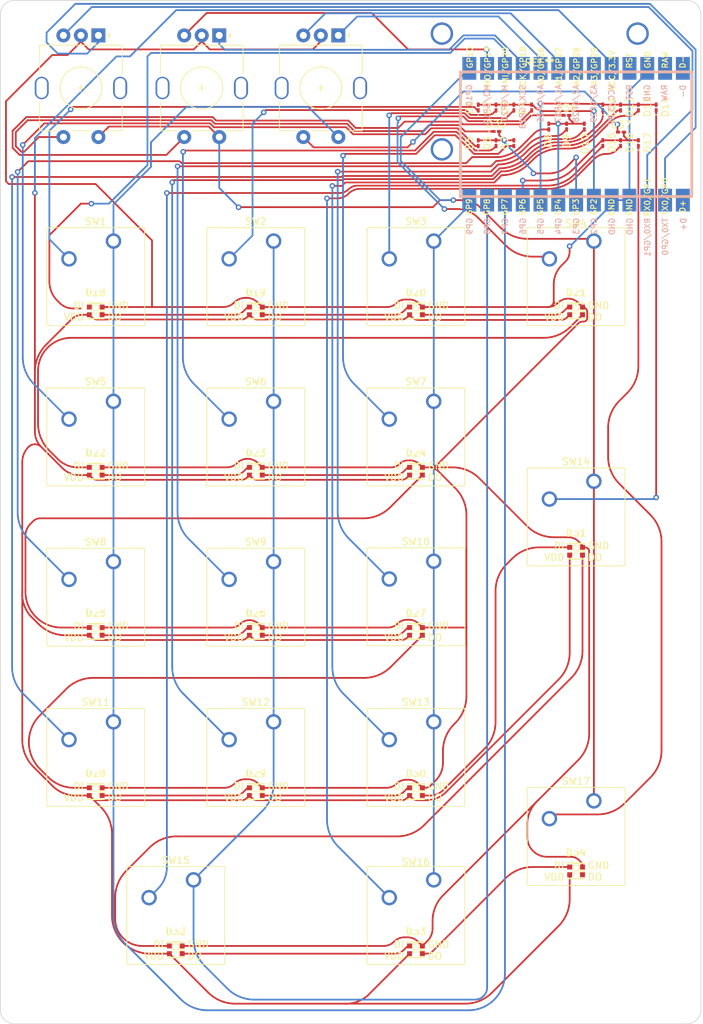
<source format=kicad_pcb>
(kicad_pcb (version 20211014) (generator pcbnew)
  (layers (0 "F.Cu" signal) (31 "B.Cu" signal) (34 "B.Paste" user) (35 "F.Paste" user) (36 "B.SilkS" user "B.Silkscreen") (37 "F.SilkS" user "F.Silkscreen") (38 "B.Mask" user) (39 "F.Mask" user) (44 "Edge.Cuts" user))
  (net 0 "")
  (net 1 "Net-(D1-Pad1)")
  (net 2 "Net-(D1-Pad2)")
  (net 3 "Net-(D2-Pad1)")
  (net 4 "Net-(D3-Pad1)")
  (net 5 "Net-(D4-Pad1)")
  (net 6 "Net-(D5-Pad1)")
  (net 7 "Net-(D5-Pad2)")
  (net 8 "Net-(D6-Pad1)")
  (net 9 "Net-(D7-Pad1)")
  (net 10 "Net-(D8-Pad1)")
  (net 11 "Net-(D10-Pad2)")
  (net 12 "Net-(D9-Pad1)")
  (net 13 "Net-(D10-Pad1)")
  (net 14 "Net-(D11-Pad1)")
  (net 15 "Net-(D11-Pad2)")
  (net 16 "Net-(D12-Pad1)")
  (net 17 "Net-(D13-Pad1)")
  (net 18 "Net-(D14-Pad1)")
  (net 19 "Net-(D15-Pad1)")
  (net 20 "Net-(D15-Pad2)")
  (net 21 "Net-(D16-Pad1)")
  (net 22 "Net-(D17-Pad1)")
  (net 23 "/3.3V")
  (net 24 "/GND")
  (net 25 "Net-(D18-Pad1)")
  (net 26 "Net-(SW1-Pad1)")
  (net 27 "Net-(SW12-Pad1)")
  (net 28 "Net-(SW10-Pad1)")
  (net 29 "Net-(SW14-Pad1)")
  (net 36 "Net-(D18-Pad3)")
  (net 37 "Net-(D19-Pad1)")
  (net 38 "Net-(D20-Pad1)")
  (net 39 "Net-(D21-Pad1)")
  (net 40 "Net-(D22-Pad1)")
  (net 41 "Net-(D23-Pad1)")
  (net 42 "Net-(D24-Pad1)")
  (net 43 "Net-(D25-Pad1)")
  (net 44 "Net-(D26-Pad1)")
  (net 45 "Net-(D27-Pad1)")
  (net 46 "Net-(D28-Pad1)")
  (net 47 "Net-(D29-Pad1)")
  (net 48 "Net-(D30-Pad1)")
  (net 49 "Net-(D31-Pad1)")
  (net 50 "Net-(D32-Pad1)")
  (net 51 "Net-(D33-Pad1)")
  (net 53 "Net-(D35-Pad1)")
  (net 54 "Net-(D36-Pad1)")
  (net 55 "Net-(D37-Pad1)")
  (net 56 "Net-(SW18-PadA)")
  (net 57 "Net-(SW18-PadB)")
  (net 58 "Net-(SW19-PadA)")
  (net 59 "Net-(SW19-PadB)")
  (net 60 "Net-(SW20-PadA)")
  (net 61 "Net-(SW20-PadB)")
  (footprint "Button_Switch_Keyboard:SW_Cherry_MX_2.00u_Vertical_PCB" (layer "F.Cu") (at 125.73 133.19)
    (fp_text reference "SW17")
    (fp_text value "SW_Push")
  )
  (footprint "Diode_SMD:D_0201_0603Metric_Pad0.64x0.40mm_HandSolder" (layer "F.Cu") (at 132.08 34.29 90)
    (fp_text reference "D13")
    (fp_text value "DIODE")
  )
  (footprint "Diode_SMD:D_0201_0603Metric_Pad0.64x0.40mm_HandSolder" (layer "F.Cu") (at 109.22 39.37 90)
    (fp_text reference "D5")
    (fp_text value "DIODE")
  )
  (footprint "Button_Switch_Keyboard:SW_Cherry_MX_1.00u_PCB" (layer "F.Cu") (at 57.15 99.06)
    (fp_text reference "SW8")
    (fp_text value "SW_Push")
  )
  (footprint "Keebio-Parts:WS2812B 2mmx2.2mm version" (layer "F.Cu") (at 100.33 63.3)
    (fp_text reference "D20")
    (fp_text value "WS2812B_2mm" hide)
  )
  (footprint "Keebio-Parts:WS2812B 2mmx2.2mm version" (layer "F.Cu") (at 77.47 86.17)
    (fp_text reference "D23")
    (fp_text value "WS2812B_2mm" hide)
  )
  (footprint "Diode_SMD:D_0201_0603Metric_Pad0.64x0.40mm_HandSolder" (layer "F.Cu") (at 111.76 39.37 90)
    (fp_text reference "D6")
    (fp_text value "DIODE")
  )
  (footprint "Diode_SMD:D_0201_0603Metric_Pad0.64x0.40mm_HandSolder" (layer "F.Cu") (at 119.29 37.0075 90)
    (fp_text reference "D8")
    (fp_text value "DIODE")
  )
  (footprint "Diode_SMD:D_0201_0603Metric_Pad0.64x0.40mm_HandSolder" (layer "F.Cu") (at 127 34.29 90)
    (fp_text reference "D11")
    (fp_text value "DIODE")
  )
  (footprint "Button_Switch_Keyboard:SW_Cherry_MX_1.00u_PCB" (layer "F.Cu") (at 102.87 99.005)
    (fp_text reference "SW10")
    (fp_text value "SW_Push")
  )
  (footprint "Button_Switch_Keyboard:SW_Cherry_MX_1.00u_PCB" (layer "F.Cu") (at 80.01 76.2)
    (fp_text reference "SW6")
    (fp_text value "SW_Push")
  )
  (footprint "Keebio-Parts:WS2812B 2mmx2.2mm version" (layer "F.Cu") (at 54.61 131.88)
    (fp_text reference "D28")
    (fp_text value "WS2812B_2mm" hide)
  )
  (footprint "adafruit oled:0.91in 128x32 I2C STEMMA QT standoff only" (layer "F.Cu") (at 118 32)
    (fp_text reference "REF**")
    (fp_text value "0.91in 128x32 I2C STEMMA QT standoff only")
  )
  (footprint "Diode_SMD:D_0201_0603Metric_Pad0.64x0.40mm_HandSolder" (layer "F.Cu") (at 109.22 34.29 90)
    (fp_text reference "D1")
    (fp_text value "DIODE")
  )
  (footprint "Button_Switch_Keyboard:SW_Cherry_MX_1.00u_PCB" (layer "F.Cu") (at 102.87 76.2)
    (fp_text reference "SW7")
    (fp_text value "SW_Push")
  )
  (footprint "Diode_SMD:D_0201_0603Metric_Pad0.64x0.40mm_HandSolder" (layer "F.Cu") (at 129.6 37.8)
    (fp_text reference "D37")
    (fp_text value "DIODE")
  )
  (footprint "Keebio-Parts:WS2812B 2mmx2.2mm version" (layer "F.Cu") (at 123.19 63.3)
    (fp_text reference "D21")
    (fp_text value "WS2812B_2mm" hide)
  )
  (footprint "Diode_SMD:D_0201_0603Metric_Pad0.64x0.40mm_HandSolder" (layer "F.Cu") (at 121.8 35.4)
    (fp_text reference "D36")
    (fp_text value "DIODE")
  )
  (footprint "Button_Switch_Keyboard:SW_Cherry_MX_1.00u_PCB" (layer "F.Cu") (at 102.87 53.34)
    (fp_text reference "SW3")
    (fp_text value "SW_Push")
  )
  (footprint "Diode_SMD:D_0201_0603Metric_Pad0.64x0.40mm_HandSolder" (layer "F.Cu") (at 111.8 37.7)
    (fp_text reference "D35")
    (fp_text value "DIODE")
  )
  (footprint "Keebio-Parts:WS2812B 2mmx2.2mm version" (layer "F.Cu") (at 54.61 63.3)
    (fp_text reference "D18")
    (fp_text value "WS2812B_2mm" hide)
  )
  (footprint "Diode_SMD:D_0201_0603Metric_Pad0.64x0.40mm_HandSolder" (layer "F.Cu") (at 124.37 37.0075 90)
    (fp_text reference "D10")
    (fp_text value "DIODE")
  )
  (footprint "Button_Switch_Keyboard:SW_Cherry_MX_2.00u_Vertical_PCB" (layer "F.Cu") (at 125.73 87.6025)
    (fp_text reference "SW14")
    (fp_text value "SW_Push")
  )
  (footprint "Keebio-Parts:WS2812B 2mmx2.2mm version" (layer "F.Cu") (at 123.19 143.18)
    (fp_text reference "D34")
    (fp_text value "WS2812B_2mm" hide)
  )
  (footprint "Diode_SMD:D_0201_0603Metric_Pad0.64x0.40mm_HandSolder" (layer "F.Cu") (at 127 39.37 90)
    (fp_text reference "D15")
    (fp_text value "DIODE")
  )
  (footprint "Keebio-Parts:RotaryEncoder_EC11" (layer "F.Cu") (at 69.75 31.5 -90)
    (fp_text reference "SW19")
    (fp_text value "RotaryEncoder_Switch")
  )
  (footprint "Keebio-Parts:WS2812B 2mmx2.2mm version" (layer "F.Cu") (at 100.33 131.88)
    (fp_text reference "D30")
    (fp_text value "WS2812B_2mm" hide)
  )
  (footprint "Diode_SMD:D_0201_0603Metric_Pad0.64x0.40mm_HandSolder" (layer "F.Cu") (at 134.62 34.29 90)
    (fp_text reference "D14")
    (fp_text value "DIODE")
  )
  (footprint "Keebio-Parts:WS2812B 2mmx2.2mm version" (layer "F.Cu") (at 77.47 131.88)
    (fp_text reference "D29")
    (fp_text value "WS2812B_2mm" hide)
  )
  (footprint "Keebio-Parts:WS2812B 2mmx2.2mm version" (layer "F.Cu") (at 123.19 97.58)
    (fp_text reference "D31")
    (fp_text value "WS2812B_2mm" hide)
  )
  (footprint "Diode_SMD:D_0201_0603Metric_Pad0.64x0.40mm_HandSolder" (layer "F.Cu") (at 132.08 39.37 90)
    (fp_text reference "D17")
    (fp_text value "DIODE")
  )
  (footprint "Diode_SMD:D_0201_0603Metric_Pad0.64x0.40mm_HandSolder" (layer "F.Cu") (at 129.54 39.37 90)
    (fp_text reference "D16")
    (fp_text value "DIODE")
  )
  (footprint "Diode_SMD:D_0201_0603Metric_Pad0.64x0.40mm_HandSolder" (layer "F.Cu") (at 116.84 34.29 90)
    (fp_text reference "D4")
    (fp_text value "DIODE")
  )
  (footprint "Diode_SMD:D_0201_0603Metric_Pad0.64x0.40mm_HandSolder" (layer "F.Cu") (at 111.76 34.29 90)
    (fp_text reference "D2")
    (fp_text value "DIODE")
  )
  (footprint "Button_Switch_Keyboard:SW_Cherry_MX_1.00u_PCB" (layer "F.Cu") (at 57.15 76.2)
    (fp_text reference "SW5")
    (fp_text value "SW_Push")
  )
  (footprint "Button_Switch_Keyboard:SW_Cherry_MX_1.00u_PCB" (layer "F.Cu") (at 80.01 53.34)
    (fp_text reference "SW2")
    (fp_text value "SW_Push")
  )
  (footprint "Keebio-Parts:WS2812B 2mmx2.2mm version" (layer "F.Cu") (at 77.47 109.02)
    (fp_text reference "D26")
    (fp_text value "WS2812B_2mm" hide)
  )
  (footprint "Keebio-Parts:WS2812B 2mmx2.2mm version" (layer "F.Cu") (at 66.04 154.44)
    (fp_text reference "D32")
    (fp_text value "WS2812B_2mm" hide)
  )
  (footprint "Button_Switch_Keyboard:SW_Cherry_MX_1.00u_PCB" (layer "F.Cu") (at 80.01 121.92)
    (fp_text reference "SW12")
    (fp_text value "SW_Push")
  )
  (footprint "Button_Switch_Keyboard:SW_Cherry_MX_1.00u_PCB" (layer "F.Cu") (at 102.87 121.92)
    (fp_text reference "SW13")
    (fp_text value "SW_Push")
  )
  (footprint "Keebio-Parts:WS2812B 2mmx2.2mm version" (layer "F.Cu") (at 77.47 63.3)
    (fp_text reference "D19")
    (fp_text value "WS2812B_2mm" hide)
  )
  (footprint "Button_Switch_Keyboard:SW_Cherry_MX_2.00u_PCB" (layer "F.Cu") (at 68.58 144.46)
    (fp_text reference "SW15")
    (fp_text value "SW_Push")
  )
  (footprint "Keebio-Parts:RotaryEncoder_EC11" (layer "F.Cu") (at 52.5 31.5 -90)
    (fp_text reference "SW18")
    (fp_text value "RotaryEncoder_Switch")
  )
  (footprint "Diode_SMD:D_0201_0603Metric_Pad0.64x0.40mm_HandSolder" (layer "F.Cu") (at 114.3 39.37 90)
    (fp_text reference "D7")
    (fp_text value "DIODE")
  )
  (footprint "Keebio-Parts:WS2812B 2mmx2.2mm version" (layer "F.Cu") (at 100.33 109.02)
    (fp_text reference "D27")
    (fp_text value "WS2812B_2mm" hide)
  )
  (footprint "Button_Switch_Keyboard:SW_Cherry_MX_1.00u_PCB" (layer "F.Cu") (at 57.15 53.34)
    (fp_text reference "SW1")
    (fp_text value "SW_Push")
  )
  (footprint "Button_Switch_Keyboard:SW_Cherry_MX_1.00u_PCB" (layer "F.Cu") (at 80.01 99.06)
    (fp_text reference "SW9")
    (fp_text value "SW_Push")
  )
  (footprint "Keebio-Parts:WS2812B 2mmx2.2mm version" (layer "F.Cu") (at 54.61 109.02)
    (fp_text reference "D25")
    (fp_text value "WS2812B_2mm" hide)
  )
  (footprint "Button_Switch_Keyboard:SW_Cherry_MX_1.00u_PCB" (layer "F.Cu") (at 57.15 121.92)
    (fp_text reference "SW11")
    (fp_text value "SW_Push")
  )
  (footprint "Diode_SMD:D_0201_0603Metric_Pad0.64x0.40mm_HandSolder" (layer "F.Cu") (at 129.54 34.29 90)
    (fp_text reference "D12")
    (fp_text value "DIODE")
  )
  (footprint "Diode_SMD:D_0201_0603Metric_Pad0.64x0.40mm_HandSolder" (layer "F.Cu") (at 114.3 34.29 90)
    (fp_text reference "D3")
    (fp_text value "DIODE")
  )
  (footprint "Keebio-Parts:WS2812B 2mmx2.2mm version" (layer "F.Cu") (at 100.33 154.44)
    (fp_text reference "D33")
    (fp_text value "WS2812B_2mm" hide)
  )
  (footprint "Keebio-Parts:WS2812B 2mmx2.2mm version" (layer "F.Cu") (at 100.33 86.17)
    (fp_text reference "D24")
    (fp_text value "WS2812B_2mm" hide)
  )
  (footprint "Diode_SMD:D_0201_0603Metric_Pad0.64x0.40mm_HandSolder" (layer "F.Cu") (at 121.83 37.0075 90)
    (fp_text reference "D9")
    (fp_text value "DIODE")
  )
  (footprint "Button_Switch_Keyboard:SW_Cherry_MX_1.00u_PCB" (layer "F.Cu") (at 102.87 144.46)
    (fp_text reference "SW16")
    (fp_text value "SW_Push")
  )
  (footprint "Keebio-Parts:WS2812B 2mmx2.2mm version" (layer "F.Cu") (at 54.61 86.17)
    (fp_text reference "D22")
    (fp_text value "WS2812B_2mm" hide)
  )
  (footprint "Button_Switch_Keyboard:SW_Cherry_MX_1.00u_PCB" (layer "F.Cu") (at 125.73 53.34)
    (fp_text reference "SW4")
    (fp_text value "SW_Push")
  )
  (footprint "Keebio-Parts:RotaryEncoder_EC11" (layer "F.Cu") (at 86.75 31.5 -90)
    (fp_text reference "SW20")
    (fp_text value "RotaryEncoder_Switch")
  )
  (footprint "Keebio-Parts:KB2040 (modified from Elite-C-castellated-24pin)" (layer "B.Cu") (at 121.92 38.1 180)
    (fp_text reference "U1" hide)
    (fp_text value "KB2040" hide)
  )
  (gr_line (start 139 165) (end 43 165) (layer "Edge.Cuts") (width 0.1))
  (gr_line (start 43 19) (end 139 19) (layer "Edge.Cuts") (width 0.1))
  (gr_arc (start 41 21) (mid 41.585786 19.585786) (end 43 19) (layer "Edge.Cuts") (width 0.1))
  (gr_arc (start 43 165) (mid 41.585786 164.414214) (end 41 163) (layer "Edge.Cuts") (width 0.1))
  (gr_arc (start 139 19) (mid 140.414214 19.585786) (end 141 21) (layer "Edge.Cuts") (width 0.1))
  (gr_line (start 141 21) (end 141 163) (layer "Edge.Cuts") (width 0.1))
  (gr_arc (start 141 163) (mid 140.414214 164.414214) (end 139 165) (layer "Edge.Cuts") (width 0.1))
  (gr_line (start 41 163) (end 41 21) (layer "Edge.Cuts") (width 0.1))
  (segment (start 108.618959 34.2) (end 109.116459 34.6975) (width 0.25) (layer "F.Cu") (net 1))
  (segment (start 109.16975 34.74775) (end 109.22 34.6975) (width 0.25) (layer "F.Cu") (net 1))
  (segment (start 51.048646 34.548646) (end 51.397292 34.2) (width 0.25) (layer "F.Cu") (net 1))
  (segment (start 51.397292 34.2) (end 108.618959 34.2) (width 0.25) (layer "F.Cu") (net 1))
  (segment (start 109.116459 34.6975) (end 109.22 34.6975) (width 0.25) (layer "F.Cu") (net 1))
  (via (at 51.048646 34.548646) (size 0.8) (drill 0.4) (layers "F.Cu" "B.Cu") (net 1))
  (segment (start 48 53.08) (end 50.8 55.88) (width 0.25) (layer "B.Cu") (net 1))
  (segment (start 51.048646 34.548646) (end 48 37.597292) (width 0.25) (layer "B.Cu") (net 1))
  (segment (start 48 37.597292) (end 48 53.08) (width 0.25) (layer "B.Cu") (net 1))
  (segment (start 113.01125 33.8825) (end 112.395 33.8825) (width 0.25) (layer "F.Cu") (net 2))
  (segment (start 111.917187 33.8825) (end 111.76 33.8825) (width 0.25) (layer "F.Cu") (net 2))
  (segment (start 116.684687 33.8825) (end 114.463437 33.8825) (width 0.25) (layer "F.Cu") (net 2))
  (segment (start 112.231562 33.8825) (end 112.395 33.8825) (width 0.25) (layer "F.Cu") (net 2))
  (segment (start 112.231562 33.8825) (end 111.917187 33.8825) (width 0.25) (layer "F.Cu") (net 2))
  (segment (start 116.89177 33.8825) (end 116.865884 33.8825) (width 0.25) (layer "F.Cu") (net 2))
  (segment (start 111.76 33.8825) (end 109.22 33.8825) (width 0.25) (layer "F.Cu") (net 2))
  (segment (start 113.6275 33.8825) (end 113.01125 33.8825) (width 0.25) (layer "F.Cu") (net 2))
  (segment (start 113.809687 33.8825) (end 113.6275 33.8825) (width 0.25) (layer "F.Cu") (net 2))
  (segment (start 118.506397 34.798) (end 125.73 34.798) (width 0.25) (layer "F.Cu") (net 2))
  (segment (start 117.401291 34.34025) (end 116.980148 33.919107) (width 0.25) (layer "F.Cu") (net 2))
  (segment (start 116.814113 33.8825) (end 116.788228 33.8825) (width 0.25) (layer "F.Cu") (net 2))
  (segment (start 114.136562 33.8825) (end 113.809687 33.8825) (width 0.25) (layer "F.Cu") (net 2))
  (segment (start 116.865884 33.8825) (end 116.814113 33.8825) (width 0.25) (layer "F.Cu") (net 2))
  (segment (start 114.463437 33.8825) (end 114.136562 33.8825) (width 0.25) (layer "F.Cu") (net 2))
  (segment (start 116.788228 33.8825) (end 116.684687 33.8825) (width 0.25) (layer "F.Cu") (net 2))
  (via (at 125.73 34.798) (size 0.8) (drill 0.4) (layers "F.Cu" "B.Cu") (net 2))
  (arc (start 118.506397 34.798) (mid 117.908317 34.679034) (end 117.401291 34.34025) (width 0.25) (layer "F.Cu") (net 2))
  (arc (start 116.89177 33.8825) (mid 116.9396 33.892013) (end 116.980148 33.919107) (width 0.25) (layer "F.Cu") (net 2))
  (segment (start 125.73 34.798) (end 125.73 47.498) (width 0.25) (layer "B.Cu") (net 2))
  (segment (start 107.451979 34.65) (end 108.141979 35.34) (width 0.25) (layer "F.Cu") (net 3))
  (segment (start 111.360995 35.093469) (end 111.43875 35.01875) (width 0.25) (layer "F.Cu") (net 3))
  (segment (start 78.6 34.9745) (end 78.9245 34.65) (width 0.25) (layer "F.Cu") (net 3))
  (segment (start 110.770998 35.337848) (end 110.982487 35.295783) (width 0.25) (layer "F.Cu") (net 3))
  (segment (start 110.663183 35.34) (end 110.770998 35.337848) (width 0.25) (layer "F.Cu") (net 3))
  (segment (start 111.43875 35.01875) (end 111.76 34.6975) (width 0.25) (layer "F.Cu") (net 3))
  (segment (start 110.982487 35.295783) (end 111.181704 35.213267) (width 0.25) (layer "F.Cu") (net 3))
  (segment (start 111.181704 35.213267) (end 111.360995 35.093469) (width 0.25) (layer "F.Cu") (net 3))
  (segment (start 108.141979 35.34) (end 110.663183 35.34) (width 0.25) (layer "F.Cu") (net 3))
  (segment (start 78.9245 34.65) (end 107.451979 34.65) (width 0.25) (layer "F.Cu") (net 3))
  (via (at 78.6 34.9745) (size 0.8) (drill 0.4) (layers "F.Cu" "B.Cu") (net 3))
  (segment (start 78.6 34.9745) (end 77 36.5745) (width 0.25) (layer "B.Cu") (net 3))
  (segment (start 77 52.54) (end 73.66 55.88) (width 0.25) (layer "B.Cu") (net 3))
  (segment (start 77 36.5745) (end 77 52.54) (width 0.25) (layer "B.Cu") (net 3))
  (segment (start 107.955583 35.79) (end 113.2075 35.79) (width 0.25) (layer "F.Cu") (net 4))
  (segment (start 96.8 35.1) (end 107.265583 35.1) (width 0.25) (layer "F.Cu") (net 4))
  (segment (start 96.5 35.4) (end 96.8 35.1) (width 0.25) (layer "F.Cu") (net 4))
  (segment (start 113.2075 35.79) (end 114.3 34.6975) (width 0.25) (layer "F.Cu") (net 4))
  (segment (start 107.265583 35.1) (end 107.955583 35.79) (width 0.25) (layer "F.Cu") (net 4))
  (via (at 96.5 35.4) (size 0.8) (drill 0.4) (layers "F.Cu" "B.Cu") (net 4))
  (segment (start 96.5 35.4) (end 96.52 35.42) (width 0.25) (layer "B.Cu") (net 4))
  (segment (start 96.52 35.42) (end 96.52 55.88) (width 0.25) (layer "B.Cu") (net 4))
  (segment (start 115.2975 36.24) (end 116.84 34.6975) (width 0.25) (layer "F.Cu") (net 5))
  (segment (start 107.079187 35.55) (end 107.769187 36.24) (width 0.25) (layer "F.Cu") (net 5))
  (segment (start 107.769187 36.24) (end 115.2975 36.24) (width 0.25) (layer "F.Cu") (net 5))
  (segment (start 98.0745 35.55) (end 107.079187 35.55) (width 0.25) (layer "F.Cu") (net 5))
  (segment (start 116.995963 55.56) (end 119.38 55.56) (width 0.25) (layer "F.Cu") (net 5))
  (segment (start 97.8 35.8245) (end 98.0745 35.55) (width 0.25) (layer "F.Cu") (net 5))
  (segment (start 104.394 48.768) (end 106.172 48.768) (width 0.25) (layer "F.Cu") (net 5))
  (segment (start 113.148207 53.966207) (end 109.207235 50.025235) (width 0.25) (layer "F.Cu") (net 5))
  (via (at 104.394 48.768) (size 0.8) (drill 0.4) (layers "F.Cu" "B.Cu") (net 5))
  (via (at 97.8 35.8245) (size 0.8) (drill 0.4) (layers "F.Cu" "B.Cu") (net 5))
  (arc (start 113.148207 53.966207) (mid 114.913572 55.145786) (end 116.995963 55.56) (width 0.25) (layer "F.Cu") (net 5))
  (arc (start 106.172 48.768) (mid 107.814657 49.094744) (end 109.207235 50.025235) (width 0.25) (layer "F.Cu") (net 5))
  (segment (start 97.7 36.5245) (end 97.7 42.074) (width 0.25) (layer "B.Cu") (net 5))
  (segment (start 97.8 35.8245) (end 97.8 36.4245) (width 0.25) (layer "B.Cu") (net 5))
  (segment (start 97.8 36.4245) (end 97.7 36.5245) (width 0.25) (layer "B.Cu") (net 5))
  (segment (start 97.7 42.074) (end 104.394 48.768) (width 0.25) (layer "B.Cu") (net 5))
  (segment (start 90.35 37.1) (end 91.35 38.1) (width 0.25) (layer "F.Cu") (net 6))
  (segment (start 101.65 38.1) (end 102.5 37.25) (width 0.25) (layer "F.Cu") (net 6))
  (segment (start 44.196 39.624) (end 47.27 36.55) (width 0.25) (layer "F.Cu") (net 6))
  (segment (start 47.27 36.55) (end 70.936396 36.55) (width 0.25) (layer "F.Cu") (net 6))
  (segment (start 108.7775 39.7775) (end 109.22 39.7775) (width 0.25) (layer "F.Cu") (net 6))
  (segment (start 71.486396 37.1) (end 90.35 37.1) (width 0.25) (layer "F.Cu") (net 6))
  (segment (start 70.936396 36.55) (end 71.486396 37.1) (width 0.25) (layer "F.Cu") (net 6))
  (segment (start 102.5 37.25) (end 106.25 37.25) (width 0.25) (layer "F.Cu") (net 6))
  (segment (start 91.35 38.1) (end 101.65 38.1) (width 0.25) (layer "F.Cu") (net 6))
  (segment (start 44.196 39.624) (end 44.27275 39.70075) (width 0.25) (layer "F.Cu") (net 6))
  (segment (start 106.25 37.25) (end 108.7775 39.7775) (width 0.25) (layer "F.Cu") (net 6))
  (via (at 44.196 39.624) (size 0.8) (drill 0.4) (layers "F.Cu" "B.Cu") (net 6))
  (segment (start 44.196 69.882036) (end 44.196 39.624) (width 0.25) (layer "B.Cu") (net 6))
  (segment (start 45.789792 73.729792) (end 50.8 78.74) (width 0.25) (layer "B.Cu") (net 6))
  (arc (start 45.789792 73.729792) (mid 44.610213 71.964426) (end 44.196 69.882036) (width 0.25) (layer "B.Cu") (net 6))
  (segment (start 112.2075 38.2405) (end 112.9295 38.9625) (width 0.25) (layer "F.Cu") (net 7))
  (segment (start 110.41125 38.9625) (end 109.855 38.9625) (width 0.25) (layer "F.Cu") (net 7))
  (segment (start 117.094 43.688) (end 119.287553 43.688) (width 0.25) (layer "F.Cu") (net 7))
  (segment (start 109.855 38.9625) (end 109.676562 38.9625) (width 0.25) (layer "F.Cu") (net 7))
  (segment (start 111.581562 38.9625) (end 111.224687 38.9625) (width 0.25) (layer "F.Cu") (net 7))
  (segment (start 114.287056 38.9625) (end 114.248228 38.9625) (width 0.25) (layer "F.Cu") (net 7))
  (segment (start 114.390598 38.9625) (end 114.364712 38.9625) (width 0.25) (layer "F.Cu") (net 7))
  (segment (start 112.2075 37.7) (end 112.2075 38.2405) (width 0.25) (layer "F.Cu") (net 7))
  (segment (start 112.9295 38.9625) (end 114.144687 38.9625) (width 0.25) (layer "F.Cu") (net 7))
  (segment (start 123.19 41.402) (end 122.047 42.545) (width 0.25) (layer "F.Cu") (net 7))
  (segment (start 114.248228 38.9625) (end 114.144687 38.9625) (width 0.25) (layer "F.Cu") (net 7))
  (segment (start 111.938437 38.9625) (end 111.581562 38.9625) (width 0.25) (layer "F.Cu") (net 7))
  (segment (start 114.338826 38.9625) (end 114.364712 38.9625) (width 0.25) (layer "F.Cu") (net 7))
  (segment (start 114.338826 38.9625) (end 114.312941 38.9625) (width 0.25) (layer "F.Cu") (net 7))
  (segment (start 111.938437 38.9625) (end 112.9295 38.9625) (width 0.25) (layer "F.Cu") (net 7))
  (segment (start 114.312941 38.9625) (end 114.287056 38.9625) (width 0.25) (layer "F.Cu") (net 7))
  (segment (start 110.9675 38.9625) (end 111.224687 38.9625) (width 0.25) (layer "F.Cu") (net 7))
  (segment (start 114.390598 38.9625) (end 114.403541 38.9625) (width 0.25) (layer "F.Cu") (net 7))
  (segment (start 109.676562 38.9625) (end 109.372187 38.9625) (width 0.25) (layer "F.Cu") (net 7))
  (segment (start 109.372187 38.9625) (end 109.22 38.9625) (width 0.25) (layer "F.Cu") (net 7))
  (segment (start 110.9675 38.9625) (end 110.41125 38.9625) (width 0.25) (layer "F.Cu") (net 7))
  (via (at 123.19 41.402) (size 0.8) (drill 0.4) (layers "F.Cu" "B.Cu") (net 7))
  (via (at 112.9295 38.9625) (size 0.8) (drill 0.4) (layers "F.Cu" "B.Cu") (net 7))
  (via (at 117.094 43.688) (size 0.8) (drill 0.4) (layers "F.Cu" "B.Cu") (net 7))
  (arc (start 122.047 42.545) (mid 120.780955 43.390943) (end 119.287553 43.688) (width 0.25) (layer "F.Cu") (net 7))
  (segment (start 112.9295 39.116) (end 112.9295 38.9625) (width 0.25) (layer "B.Cu") (net 7))
  (segment (start 123.19 41.402) (end 123.19 47.498) (width 0.25) (layer "B.Cu") (net 7))
  (segment (start 113.03804 39.37804) (end 117.004197 43.344197) (width 0.25) (layer "B.Cu") (net 7))
  (segment (start 117.094 43.688) (end 117.094 43.561) (width 0.25) (layer "B.Cu") (net 7))
  (arc (start 113.03804 39.37804) (mid 112.957708 39.257815) (end 112.9295 39.116) (width 0.25) (layer "B.Cu") (net 7))
  (arc (start 117.004197 43.344197) (mid 117.07066 43.443667) (end 117.094 43.561) (width 0.25) (layer "B.Cu") (net 7))
  (segment (start 102.863604 37.75) (end 100.190604 40.423) (width 0.25) (layer "F.Cu") (net 8))
  (segment (start 108.783604 40.42) (end 106.113604 37.75) (width 0.25) (layer "F.Cu") (net 8))
  (segment (start 106.113604 37.75) (end 102.863604 37.75) (width 0.25) (layer "F.Cu") (net 8))
  (segment (start 110.663183 40.42) (end 108.783604 40.42) (width 0.25) (layer "F.Cu") (net 8))
  (segment (start 110.982489 40.37579) (end 110.770999 40.417855) (width 0.25) (layer "F.Cu") (net 8))
  (segment (start 110.770999 40.417855) (end 110.663183 40.42) (width 0.25) (layer "F.Cu") (net 8))
  (segment (start 111.43875 40.09875) (end 111.361 40.173475) (width 0.25) (layer "F.Cu") (net 8))
  (segment (start 67.277 40.423) (end 67.1 40.6) (width 0.25) (layer "F.Cu") (net 8))
  (segment (start 100.190604 40.423) (end 67.277 40.423) (width 0.25) (layer "F.Cu") (net 8))
  (segment (start 111.181707 40.293273) (end 110.982489 40.37579) (width 0.25) (layer "F.Cu") (net 8))
  (segment (start 111.361 40.173475) (end 111.181707 40.293273) (width 0.25) (layer "F.Cu") (net 8))
  (segment (start 111.76 39.7775) (end 111.43875 40.09875) (width 0.25) (layer "F.Cu") (net 8))
  (via (at 67.1 40.6) (size 0.8) (drill 0.4) (layers "F.Cu" "B.Cu") (net 8))
  (segment (start 67.1 40.6) (end 67.056 40.644) (width 0.25) (layer "B.Cu") (net 8))
  (segment (start 67.056 40.644) (end 67.056 69.882036) (width 0.25) (layer "B.Cu") (net 8))
  (segment (start 68.649792 73.729792) (end 73.66 78.74) (width 0.25) (layer "B.Cu") (net 8))
  (arc (start 67.056 69.882036) (mid 67.470212 71.964426) (end 68.649792 73.729792) (width 0.25) (layer "B.Cu") (net 8))
  (segment (start 90.349605 40.894) (end 100.356 40.894) (width 0.25) (layer "F.Cu") (net 9))
  (segment (start 90.182666 40.924579) (end 90.292665 40.895105) (width 0.25) (layer "F.Cu") (net 9))
  (segment (start 90.043 41.021) (end 90.084043 40.981518) (width 0.25) (layer "F.Cu") (net 9))
  (segment (start 90.084043 40.981518) (end 90.182666 40.924579) (width 0.25) (layer "F.Cu") (net 9))
  (segment (start 105.962 38.25) (end 108.606 40.894) (width 0.25) (layer "F.Cu") (net 9))
  (segment (start 100.356 40.894) (end 103 38.25) (width 0.25) (layer "F.Cu") (net 9))
  (segment (start 112.106 40.894) (end 113.2225 39.7775) (width 0.25) (layer "F.Cu") (net 9))
  (segment (start 103 38.25) (end 105.962 38.25) (width 0.25) (layer "F.Cu") (net 9))
  (segment (start 89.916 41.148) (end 90.043 41.021) (width 0.25) (layer "F.Cu") (net 9))
  (segment (start 108.606 40.894) (end 112.106 40.894) (width 0.25) (layer "F.Cu") (net 9))
  (segment (start 90.292665 40.895105) (end 90.349605 40.894) (width 0.25) (layer "F.Cu") (net 9))
  (segment (start 113.2225 39.7775) (end 114.3 39.7775) (width 0.25) (layer "F.Cu") (net 9))
  (via (at 89.916 41.148) (size 0.8) (drill 0.4) (layers "F.Cu" "B.Cu") (net 9))
  (segment (start 89.916 41.148) (end 89.916 69.882036) (width 0.25) (layer "B.Cu") (net 9))
  (segment (start 91.509792 73.729792) (end 96.52 78.74) (width 0.25) (layer "B.Cu") (net 9))
  (arc (start 91.509792 73.729792) (mid 90.330213 71.964426) (end 89.916 69.882036) (width 0.25) (layer "B.Cu") (net 9))
  (segment (start 115.216078 39.974328) (end 115.385792 39.808206) (width 0.25) (layer "F.Cu") (net 10))
  (segment (start 115.385792 39.808206) (end 117.24478 37.949219) (width 0.25) (layer "F.Cu") (net 10))
  (segment (start 117.579836 37.681067) (end 117.835294 37.550903) (width 0.25) (layer "F.Cu") (net 10))
  (segment (start 117.24478 37.949219) (end 117.347887 37.849593) (width 0.25) (layer "F.Cu") (net 10))
  (segment (start 112.248646 41.358071) (end 112.716374 41.275596) (width 0.25) (layer "F.Cu") (net 10))
  (segment (start 44.996 41.947) (end 66.594305 41.947) (width 0.25) (layer "F.Cu") (net 10))
  (segment (start 112.716374 41.275596) (end 113.175135 41.152669) (width 0.25) (layer "F.Cu") (net 10))
  (segment (start 43.4715 43.4715) (end 44.996 41.947) (width 0.25) (layer "F.Cu") (net 10))
  (segment (start 118.391146 37.417451) (end 118.5345 37.415) (width 0.25) (layer "F.Cu") (net 10))
  (segment (start 118.107968 37.462303) (end 118.391146 37.417451) (width 0.25) (layer "F.Cu") (net 10))
  (segment (start 108.358071 41.358071) (end 112.248646 41.358071) (width 0.25) (layer "F.Cu") (net 10))
  (segment (start 113.621437 40.990228) (end 114.051883 40.789506) (width 0.25) (layer "F.Cu") (net 10))
  (segment (start 66.869305 42.222) (end 107.494142 42.222) (width 0.25) (layer "F.Cu") (net 10))
  (segment (start 117.347887 37.849593) (end 117.579836 37.681067) (width 0.25) (layer "F.Cu") (net 10))
  (segment (start 114.852249 40.279616) (end 115.216078 39.974328) (width 0.25) (layer "F.Cu") (net 10))
  (segment (start 114.463197 40.552034) (end 114.852249 40.279616) (width 0.25) (layer "F.Cu") (net 10))
  (segment (start 117.835294 37.550903) (end 118.107968 37.462303) (width 0.25) (layer "F.Cu") (net 10))
  (segment (start 107.494142 42.222) (end 108.358071 41.358071) (width 0.25) (layer "F.Cu") (net 10))
  (segment (start 66.594305 41.947) (end 66.869305 42.222) (width 0.25) (layer "F.Cu") (net 10))
  (segment (start 114.051883 40.789506) (end 114.463197 40.552034) (width 0.25) (layer "F.Cu") (net 10))
  (segment (start 113.175135 41.152669) (end 113.621437 40.990228) (width 0.25) (layer "F.Cu") (net 10))
  (segment (start 118.5345 37.415) (end 119.29 37.415) (width 0.25) (layer "F.Cu") (net 10))
  (via (at 43.4715 43.4715) (size 0.8) (drill 0.4) (layers "F.Cu" "B.Cu") (net 10))
  (segment (start 43.471 43.472) (end 43.471 92.017036) (width 0.25) (layer "B.Cu") (net 10))
  (segment (start 45.064792 95.864792) (end 50.8 101.6) (width 0.25) (layer "B.Cu") (net 10))
  (segment (start 43.4715 43.4715) (end 43.471 43.472) (width 0.25) (layer "B.Cu") (net 10))
  (arc (start 43.471 92.017036) (mid 43.885212 94.099426) (end 45.064792 95.864792) (width 0.25) (layer "B.Cu") (net 10))
  (segment (start 120.585312 36.6) (end 120.558187 36.6) (width 0.25) (layer "F.Cu") (net 11))
  (segment (start 120.612437 36.6) (end 120.585312 36.6) (width 0.25) (layer "F.Cu") (net 11))
  (segment (start 120.35475 36.6) (end 119.29 36.6) (width 0.25) (layer "F.Cu") (net 11))
  (segment (start 122.2075 35.9075) (end 122.9 36.6) (width 0.25) (layer "F.Cu") (net 11))
  (segment (start 120.503937 36.6) (end 120.46325 36.6) (width 0.25) (layer "F.Cu") (net 11))
  (segment (start 120.612437 36.6) (end 120.626 36.6) (width 0.25) (layer "F.Cu") (net 11))
  (segment (start 122.2075 35.4) (end 122.2075 35.9075) (width 0.25) (layer "F.Cu") (net 11))
  (segment (start 120.558187 36.6) (end 120.531062 36.6) (width 0.25) (layer "F.Cu") (net 11))
  (segment (start 122.9 36.6) (end 124.37 36.6) (width 0.25) (layer "F.Cu") (net 11))
  (segment (start 120.46325 36.6) (end 120.35475 36.6) (width 0.25) (layer "F.Cu") (net 11))
  (segment (start 120.531062 36.6) (end 120.503937 36.6) (width 0.25) (layer "F.Cu") (net 11))
  (segment (start 121.83 36.6) (end 122.9 36.6) (width 0.25) (layer "F.Cu") (net 11))
  (segment (start 120.626 36.6) (end 121.83 36.6) (width 0.25) (layer "F.Cu") (net 11))
  (via (at 120.626 36.6) (size 0.8) (drill 0.4) (layers "F.Cu" "B.Cu") (net 11))
  (segment (start 120.65 36.64097) (end 120.65 47.498) (width 0.25) (layer "B.Cu") (net 11))
  (segment (start 120.638 36.612) (end 120.626 36.6) (width 0.25) (layer "B.Cu") (net 11))
  (arc (start 120.638 36.612) (mid 120.646881 36.625291) (end 120.65 36.64097) (width 0.25) (layer "B.Cu") (net 11))
  (segment (start 119.2465 38.35075) (end 120.232574 38.35075) (width 0.25) (layer "F.Cu") (net 12))
  (segment (start 66.294 42.672) (end 111.023536 42.672) (width 0.25) (layer "F.Cu") (net 12))
  (segment (start 121.362125 37.882875) (end 121.83 37.415) (width 0.25) (layer "F.Cu") (net 12))
  (segment (start 111.023536 42.672) (end 111.785536 41.91) (width 0.25) (layer "F.Cu") (net 12))
  (segment (start 115.633292 40.316207) (end 116.433614 39.515884) (width 0.25) (layer "F.Cu") (net 12))
  (via (at 66.294 42.672) (size 0.8) (drill 0.4) (layers "F.Cu" "B.Cu") (net 12))
  (arc (start 116.433614 39.515884) (mid 117.724177 38.653558) (end 119.2465 38.35075) (width 0.25) (layer "F.Cu") (net 12))
  (arc (start 120.232574 38.35075) (mid 120.843882 38.229153) (end 121.362125 37.882875) (width 0.25) (layer "F.Cu") (net 12))
  (arc (start 111.785536 41.91) (mid 113.867926 41.495786) (end 115.633292 40.316207) (width 0.25) (layer "F.Cu") (net 12))
  (segment (start 66.294 42.672) (end 66.294 91.980036) (width 0.25) (layer "B.Cu") (net 12))
  (segment (start 67.887792 95.827792) (end 73.66 101.6) (width 0.25) (layer "B.Cu") (net 12))
  (arc (start 67.887792 95.827792) (mid 66.708213 94.062426) (end 66.294 91.980036) (width 0.25) (layer "B.Cu") (net 12))
  (segment (start 123.677125 38.107875) (end 124.37 37.415) (width 0.25) (layer "F.Cu") (net 13))
  (segment (start 115.900292 40.817707) (end 116.323456 40.394542) (width 0.25) (layer "F.Cu") (net 13))
  (segment (start 111.030036 43.434) (end 112.052536 42.4115) (width 0.25) (layer "F.Cu") (net 13))
  (segment (start 89.154 43.434) (end 111.030036 43.434) (width 0.25) (layer "F.Cu") (net 13))
  (segment (start 120.171213 38.80075) (end 122.004376 38.80075) (width 0.25) (layer "F.Cu") (net 13))
  (via (at 89.154 43.434) (size 0.8) (drill 0.4) (layers "F.Cu" "B.Cu") (net 13))
  (arc (start 116.323456 40.394542) (mid 118.088822 39.214963) (end 120.171213 38.80075) (width 0.25) (layer "F.Cu") (net 13))
  (arc (start 112.052536 42.4115) (mid 114.134926 41.997286) (end 115.900292 40.817707) (width 0.25) (layer "F.Cu") (net 13))
  (arc (start 122.004376 38.80075) (mid 122.909661 38.620677) (end 123.677125 38.107875) (width 0.25) (layer "F.Cu") (net 13))
  (segment (start 89.154 43.434) (end 89.154 91.925036) (width 0.25) (layer "B.Cu") (net 13))
  (segment (start 90.747792 95.772792) (end 96.52 101.545) (width 0.25) (layer "B.Cu") (net 13))
  (arc (start 90.747792 95.772792) (mid 89.568213 94.007426) (end 89.154 91.925036) (width 0.25) (layer "B.Cu") (net 13))
  (segment (start 89.120116 44.194021) (end 89.705979 44.194021) (width 0.25) (layer "F.Cu") (net 14))
  (segment (start 89.705979 44.194021) (end 89.85 44.05) (width 0.25) (layer "F.Cu") (net 14))
  (segment (start 120.483213 39.25075) (end 121.566705 39.25075) (width 0.25) (layer "F.Cu") (net 14))
  (segment (start 89.118137 44.196) (end 89.120116 44.194021) (width 0.25) (layer "F.Cu") (net 14))
  (segment (start 116.110792 41.369206) (end 116.635457 40.844542) (width 0.25) (layer "F.Cu") (net 14))
  (segment (start 89.85 44.05) (end 111.176036 44.05) (width 0.25) (layer "F.Cu") (net 14))
  (segment (start 125.408624 37.659374) (end 126.515455 36.552544) (width 0.25) (layer "F.Cu") (net 14))
  (segment (start 127 35.38275) (end 127 34.6975) (width 0.25) (layer "F.Cu") (net 14))
  (segment (start 111.176036 44.05) (end 112.263036 42.963) (width 0.25) (layer "F.Cu") (net 14))
  (segment (start 42.672 44.196) (end 89.118137 44.196) (width 0.25) (layer "F.Cu") (net 14))
  (via (at 42.672 44.196) (size 0.8) (drill 0.4) (layers "F.Cu" "B.Cu") (net 14))
  (arc (start 112.263036 42.963) (mid 114.345426 42.548786) (end 116.110792 41.369206) (width 0.25) (layer "F.Cu") (net 14))
  (arc (start 116.635457 40.844542) (mid 118.400822 39.664963) (end 120.483213 39.25075) (width 0.25) (layer "F.Cu") (net 14))
  (arc (start 121.566705 39.25075) (mid 123.645937 38.837164) (end 125.408624 37.659374) (width 0.25) (layer "F.Cu") (net 14))
  (arc (start 126.515455 36.552544) (mid 126.87407 36.015838) (end 127 35.38275) (width 0.25) (layer "F.Cu") (net 14))
  (segment (start 44.265792 117.925792) (end 50.8 124.46) (width 0.25) (layer "B.Cu") (net 14))
  (segment (start 42.672 114.078036) (end 42.672 44.196) (width 0.25) (layer "B.Cu") (net 14))
  (arc (start 42.672 114.078036) (mid 43.086213 116.160426) (end 44.265792 117.925792) (width 0.25) (layer "B.Cu") (net 14))
  (segment (start 132.237812 33.8825) (end 131.922187 33.8825) (width 0.25) (layer "F.Cu") (net 15))
  (segment (start 134.568228 33.8825) (end 134.464687 33.8825) (width 0.25) (layer "F.Cu") (net 15))
  (segment (start 130.1975 33.8825) (end 130.024687 33.8825) (width 0.25) (layer "F.Cu") (net 15))
  (segment (start 131.922187 33.8825) (end 131.606562 33.8825) (width 0.25) (layer "F.Cu") (net 15))
  (segment (start 134.632941 33.8825) (end 134.607056 33.8825) (width 0.25) (layer "F.Cu") (net 15))
  (segment (start 134.710598 33.8825) (end 134.723541 33.8825) (width 0.25) (layer "F.Cu") (net 15))
  (segment (start 131.445 33.8825) (end 131.606562 33.8825) (width 0.25) (layer "F.Cu") (net 15))
  (segment (start 134.607056 33.8825) (end 134.568228 33.8825) (width 0.25) (layer "F.Cu") (net 15))
  (segment (start 132.237812 33.8825) (end 134.464687 33.8825) (width 0.25) (layer "F.Cu") (net 15))
  (segment (start 130.024687 33.8825) (end 129.701562 33.8825) (width 0.25) (layer "F.Cu") (net 15))
  (segment (start 131.445 33.8825) (end 130.82125 33.8825) (width 0.25) (layer "F.Cu") (net 15))
  (segment (start 118.082551 33.71579) (end 118.11 33.782) (width 0.25) (layer "F.Cu") (net 15))
  (segment (start 129.54 33.8825) (end 127.071064 33.8825) (width 0.25) (layer "F.Cu") (net 15))
  (segment (start 134.684712 33.8825) (end 134.658826 33.8825) (width 0.25) (layer "F.Cu") (net 15))
  (segment (start 134.658826 33.8825) (end 134.632941 33.8825) (width 0.25) (layer "F.Cu") (net 15))
  (segment (start 129.701562 33.8825) (end 129.54 33.8825) (width 0.25) (layer "F.Cu") (net 15))
  (segment (start 134.710598 33.8825) (end 134.684712 33.8825) (width 0.25) (layer "F.Cu") (net 15))
  (segment (start 130.82125 33.8825) (end 130.1975 33.8825) (width 0.25) (layer "F.Cu") (net 15))
  (segment (start 118.082551 33.71579) (end 126.828437 33.781466) (width 0.25) (layer "F.Cu") (net 15))
  (via (at 118.082551 33.71579) (size 0.8) (drill 0.4) (layers "F.Cu" "B.Cu") (net 15))
  (arc (start 126.94975 33.83225) (mid 127.005409 33.86944) (end 127.071064 33.8825) (width 0.25) (layer "F.Cu") (net 15))
  (arc (start 126.94975 33.83225) (mid 126.894094 33.794911) (end 126.828437 33.781466) (width 0.25) (layer "F.Cu") (net 15))
  (segment (start 118.11 33.762648) (end 118.11 47.498) (width 0.25) (layer "B.Cu") (net 15))
  (segment (start 118.096275 33.729514) (end 118.082551 33.71579) (width 0.25) (layer "B.Cu") (net 15))
  (arc (start 118.096275 33.729514) (mid 118.106432 33.744716) (end 118.11 33.762648) (width 0.25) (layer "B.Cu") (net 15))
  (segment (start 65.532 44.802) (end 65.532298 44.771029) (width 0.25) (layer "F.Cu") (net 16))
  (segment (start 125.139241 38.578359) (end 124.750191 38.850778) (width 0.25) (layer "F.Cu") (net 16))
  (segment (start 125.672792 38.106957) (end 125.503068 38.273069) (width 0.25) (layer "F.Cu") (net 16))
  (segment (start 119.491252 39.827078) (end 119.032484 39.950004) (width 0.25) (layer "F.Cu") (net 16))
  (segment (start 122.535645 39.656821) (end 122.062508 39.698218) (width 0.25) (layer "F.Cu") (net 16))
  (segment (start 112.47236 43.390072) (end 111.362432 44.5) (width 0.25) (layer "F.Cu") (net 16))
  (segment (start 128.972811 34.809155) (end 128.92041 34.859339) (width 0.25) (layer "F.Cu") (net 16))
  (segment (start 114.942279 42.821508) (end 114.511833 43.022229) (width 0.25) (layer "F.Cu") (net 16))
  (segment (start 115.742646 42.311619) (end 115.353594 42.584036) (width 0.25) (layer "F.Cu") (net 16))
  (segment (start 111.362432 44.5) (end 90.075366 44.5) (width 0.25) (layer "F.Cu") (net 16))
  (segment (start 116.991509 41.128358) (end 116.821852 41.294542) (width 0.25) (layer "F.Cu") (net 16))
  (segment (start 129.311125 34.6975) (end 129.238586 34.699069) (width 0.25) (layer "F.Cu") (net 16))
  (segment (start 124.338878 39.088252) (end 123.908434 39.288975) (width 0.25) (layer "F.Cu") (net 16))
  (segment (start 122.062508 39.698218) (end 121.825036 39.70075) (width 0.25) (layer "F.Cu") (net 16))
  (segment (start 90.075366 44.5) (end 91 44.5) (width 0.25) (layer "F.Cu") (net 16))
  (segment (start 116.276188 41.840207) (end 116.106475 42.006331) (width 0.25) (layer "F.Cu") (net 16))
  (segment (start 115.353594 42.584036) (end 114.942279 42.821508) (width 0.25) (layer "F.Cu") (net 16))
  (segment (start 117.744402 40.550644) (end 117.355344 40.823065) (width 0.25) (layer "F.Cu") (net 16))
  (segment (start 65.657029 44.646298) (end 65.688 44.646) (width 0.25) (layer "F.Cu") (net 16))
  (segment (start 123.462133 39.451418) (end 123.003373 39.574345) (width 0.25) (layer "F.Cu") (net 16))
  (segment (start 89.370986 44.646) (end 89.506467 44.644021) (width 0.25) (layer "F.Cu") (net 16))
  (segment (start 129.098451 34.736615) (end 128.972811 34.809155) (width 0.25) (layer "F.Cu") (net 16))
  (segment (start 120.669609 39.70075) (end 120.432133 39.70321) (width 0.25) (layer "F.Cu") (net 16))
  (segment (start 123.003373 39.574345) (end 122.535645 39.656821) (width 0.25) (layer "F.Cu") (net 16))
  (segment (start 113.139042 43.390072) (end 112.47236 43.390072) (width 0.25) (layer "F.Cu") (net 16))
  (segment (start 65.599802 44.670002) (end 65.657029 44.646298) (width 0.25) (layer "F.Cu") (net 16))
  (segment (start 121.825036 39.70075) (end 120.669609 39.70075) (width 0.25) (layer "F.Cu") (net 16))
  (segment (start 118.586175 40.112446) (end 118.155722 40.313169) (width 0.25) (layer "F.Cu") (net 16))
  (segment (start 89.506467 44.644021) (end 89.931345 44.644021) (width 0.25) (layer "F.Cu") (net 16))
  (segment (start 114.065532 43.184671) (end 113.606771 43.307597) (width 0.25) (layer "F.Cu") (net 16))
  (segment (start 114.511833 43.022229) (end 114.065532 43.184671) (width 0.25) (layer "F.Cu") (net 16))
  (segment (start 89.931345 44.644021) (end 90.075366 44.5) (width 0.25) (layer "F.Cu") (net 16))
  (segment (start 65.532298 44.771029) (end 65.556002 44.713802) (width 0.25) (layer "F.Cu") (net 16))
  (segment (start 117.355344 40.823065) (end 116.991509 41.128358) (width 0.25) (layer "F.Cu") (net 16))
  (segment (start 119.958989 39.744604) (end 119.491252 39.827078) (width 0.25) (layer "F.Cu") (net 16))
  (segment (start 65.688 44.646) (end 89.370986 44.646) (width 0.25) (layer "F.Cu") (net 16))
  (segment (start 120.432133 39.70321) (end 119.958989 39.744604) (width 0.25) (layer "F.Cu") (net 16))
  (segment (start 129.54 34.6975) (end 129.311125 34.6975) (width 0.25) (layer "F.Cu") (net 16))
  (segment (start 65.532 44.958) (end 65.532 44.802) (width 0.25) (layer "F.Cu") (net 16))
  (segment (start 118.155722 40.313169) (end 117.744402 40.550644) (width 0.25) (layer "F.Cu") (net 16))
  (segment (start 116.106475 42.006331) (end 115.742646 42.311619) (width 0.25) (layer "F.Cu") (net 16))
  (segment (start 124.750191 38.850778) (end 124.338878 39.088252) (width 0.25) (layer "F.Cu") (net 16))
  (segment (start 125.503068 38.273069) (end 125.139241 38.578359) (width 0.25) (layer "F.Cu") (net 16))
  (segment (start 116.821852 41.294542) (end 116.276188 41.840207) (width 0.25) (layer "F.Cu") (net 16))
  (segment (start 119.032484 39.950004) (end 118.586175 40.112446) (width 0.25) (layer "F.Cu") (net 16))
  (segment (start 113.606771 43.307597) (end 113.139042 43.390072) (width 0.25) (layer "F.Cu") (net 16))
  (segment (start 128.92041 34.859339) (end 125.672792 38.106957) (width 0.25) (layer "F.Cu") (net 16))
  (segment (start 65.556002 44.713802) (end 65.599802 44.670002) (width 0.25) (layer "F.Cu") (net 16))
  (segment (start 129.238586 34.699069) (end 129.098451 34.736615) (width 0.25) (layer "F.Cu") (net 16))
  (segment (start 123.908434 39.288975) (end 123.462133 39.451418) (width 0.25) (layer "F.Cu") (net 16))
  (via (at 65.532 44.958) (size 0.8) (drill 0.4) (layers "F.Cu" "B.Cu") (net 16))
  (segment (start 65.532 114.078036) (end 65.532 44.958) (width 0.25) (layer "B.Cu") (net 16))
  (segment (start 67.125792 117.925792) (end 73.66 124.46) (width 0.25) (layer "B.Cu") (net 16))
  (arc (start 67.125792 117.925792) (mid 65.946213 116.160426) (end 65.532 114.078036) (width 0.25) (layer "B.Cu") (net 16))
  (segment (start 117.930796 41.000641) (end 117.541738 41.273062) (width 0.25) (layer "F.Cu") (net 17))
  (segment (start 128.744805 35.825664) (end 128.473924 35.995863) (width 0.25) (layer "F.Cu") (net 17))
  (segment (start 125.689481 38.723087) (end 125.325652 39.028379) (width 0.25) (layer "F.Cu") (net 17))
  (segment (start 130.12475 35.472073) (end 129.964794 35.474214) (width 0.25) (layer "F.Cu") (net 17))
  (segment (start 125.325652 39.028379) (end 124.9366 39.300798) (width 0.25) (layer "F.Cu") (net 17))
  (segment (start 90.243505 44.979) (end 89.756505 45.466) (width 0.25) (layer "F.Cu") (net 17))
  (segment (start 120.145384 40.194599) (end 119.677647 40.277073) (width 0.25) (layer "F.Cu") (net 17))
  (segment (start 112.794301 43.939473) (end 112.556828 43.942) (width 0.25) (layer "F.Cu") (net 17))
  (segment (start 123.189774 40.024367) (end 122.722044 40.106843) (width 0.25) (layer "F.Cu") (net 17))
  (segment (start 113.267438 43.898076) (end 112.794301 43.939473) (width 0.25) (layer "F.Cu") (net 17))
  (segment (start 131.066924 35.437724) (end 130.861642 35.470241) (width 0.25) (layer "F.Cu") (net 17))
  (segment (start 115.871046 42.819624) (end 115.481993 43.092041) (width 0.25) (layer "F.Cu") (net 17))
  (segment (start 115.070678 43.329513) (end 114.640232 43.530234) (width 0.25) (layer "F.Cu") (net 17))
  (segment (start 115.481993 43.092041) (end 115.070678 43.329513) (width 0.25) (layer "F.Cu") (net 17))
  (segment (start 131.692713 35.084786) (end 131.617925 35.156965) (width 0.25) (layer "F.Cu") (net 17))
  (segment (start 122.722044 40.106843) (end 122.248905 40.14824) (width 0.25) (layer "F.Cu") (net 17))
  (segment (start 117.541738 41.273062) (end 117.177903 41.578355) (width 0.25) (layer "F.Cu") (net 17))
  (segment (start 129.646892 35.510027) (end 129.335 35.581209) (width 0.25) (layer "F.Cu") (net 17))
  (segment (start 120.856005 40.15075) (end 120.618529 40.153205) (width 0.25) (layer "F.Cu") (net 17))
  (segment (start 128.109208 36.306937) (end 125.859188 38.556957) (width 0.25) (layer "F.Cu") (net 17))
  (segment (start 114.640232 43.530234) (end 114.193929 43.692676) (width 0.25) (layer "F.Cu") (net 17))
  (segment (start 118.342117 40.763165) (end 117.930796 41.000641) (width 0.25) (layer "F.Cu") (net 17))
  (segment (start 111.519828 44.979) (end 90.243505 44.979) (width 0.25) (layer "F.Cu") (net 17))
  (segment (start 130.861642 35.470241) (end 130.757721 35.472073) (width 0.25) (layer "F.Cu") (net 17))
  (segment (start 129.033038 35.686864) (end 128.744805 35.825664) (width 0.25) (layer "F.Cu") (net 17))
  (segment (start 129.335 35.581209) (end 129.033038 35.686864) (width 0.25) (layer "F.Cu") (net 17))
  (segment (start 131.449779 35.279133) (end 131.264593 35.373494) (width 0.25) (layer "F.Cu") (net 17))
  (segment (start 125.859188 38.556957) (end 125.689481 38.723087) (width 0.25) (layer "F.Cu") (net 17))
  (segment (start 120.618529 40.153205) (end 120.145384 40.194599) (width 0.25) (layer "F.Cu") (net 17))
  (segment (start 119.677647 40.277073) (end 119.218879 40.399999) (width 0.25) (layer "F.Cu") (net 17))
  (segment (start 112.556828 43.942) (end 111.519828 44.979) (width 0.25) (layer "F.Cu") (net 17))
  (segment (start 131.264593 35.373494) (end 131.066924 35.437724) (width 0.25) (layer "F.Cu") (net 17))
  (segment (start 124.9366 39.300798) (end 124.525286 39.538273) (width 0.25) (layer "F.Cu") (net 17))
  (segment (start 118.77257 40.562442) (end 118.342117 40.763165) (width 0.25) (layer "F.Cu") (net 17))
  (segment (start 123.648536 39.90144) (end 123.189774 40.024367) (width 0.25) (layer "F.Cu") (net 17))
  (segment (start 119.218879 40.399999) (end 118.77257 40.562442) (width 0.25) (layer "F.Cu") (net 17))
  (segment (start 89.756505 45.466) (end 88.392 45.466) (width 0.25) (layer "F.Cu") (net 17))
  (segment (start 117.177903 41.578355) (end 117.008248 41.744542) (width 0.25) (layer "F.Cu") (net 17))
  (segment (start 114.193929 43.692676) (end 113.735168 43.815602) (width 0.25) (layer "F.Cu") (net 17))
  (segment (start 117.008248 41.744542) (end 116.404584 42.348207) (width 0.25) (layer "F.Cu") (net 17))
  (segment (start 128.223803 36.19532) (end 128.109208 36.306937) (width 0.25) (layer "F.Cu") (net 17))
  (segment (start 113.735168 43.815602) (end 113.267438 43.898076) (width 0.25) (layer "F.Cu") (net 17))
  (segment (start 129.964794 35.474214) (end 129.646892 35.510027) (width 0.25) (layer "F.Cu") (net 17))
  (segment (start 122.011432 40.15075) (end 120.856005 40.15075) (width 0.25) (layer "F.Cu") (net 17))
  (segment (start 116.234876 42.514336) (end 115.871046 42.819624) (width 0.25) (layer "F.Cu") (net 17))
  (segment (start 124.094839 39.738996) (end 123.648536 39.90144) (width 0.25) (layer "F.Cu") (net 17))
  (segment (start 124.525286 39.538273) (end 124.094839 39.738996) (width 0.25) (layer "F.Cu") (net 17))
  (segment (start 131.617925 35.156965) (end 131.449779 35.279133) (width 0.25) (layer "F.Cu") (net 17))
  (segment (start 128.473924 35.995863) (end 128.223803 36.19532) (width 0.25) (layer "F.Cu") (net 17))
  (segment (start 122.248905 40.14824) (end 122.011432 40.15075) (width 0.25) (layer "F.Cu") (net 17))
  (segment (start 132.08 34.6975) (end 131.692713 35.084786) (width 0.25) (layer "F.Cu") (net 17))
  (segment (start 116.404584 42.348207) (end 116.234876 42.514336) (width 0.25) (layer "F.Cu") (net 17))
  (segment (start 130.757721 35.472073) (end 130.12475 35.472073) (width 0.25) (layer "F.Cu") (net 17))
  (via (at 88.392 45.466) (size 0.8) (drill 0.4) (layers "F.Cu" "B.Cu") (net 17))
  (segment (start 89.985792 117.925792) (end 96.52 124.46) (width 0.25) (layer "B.Cu") (net 17))
  (segment (start 88.392 114.078036) (end 88.392 45.466) (width 0.25) (layer "B.Cu") (net 17))
  (arc (start 89.985792 117.925792) (mid 88.806213 116.160426) (end 88.392 114.078036) (width 0.25) (layer "B.Cu") (net 17))
  (segment (start 134.62 89.916) (end 134.62 34.6975) (width 0.25) (layer "F.Cu") (net 18))
  (via (at 134.62 89.916) (size 0.8) (drill 0.4) (layers "F.Cu" "B.Cu") (net 18))
  (segment (start 134.62 89.916) (end 134.50675 90.02925) (width 0.25) (layer "B.Cu") (net 18))
  (segment (start 134.23334 90.1425) (end 119.38 90.1425) (width 0.25) (layer "B.Cu") (net 18))
  (arc (start 134.50675 90.02925) (mid 134.381308 90.113067) (end 134.23334 90.1425) (width 0.25) (layer "B.Cu") (net 18))
  (segment (start 122.942292 43.835207) (end 127 39.7775) (width 0.25) (layer "F.Cu") (net 19))
  (segment (start 103.980144 45.429) (end 99.293856 45.429) (width 0.25) (layer "F.Cu") (net 19))
  (segment (start 99.293856 45.429) (end 94.607568 45.429) (width 0.25) (layer "F.Cu") (net 19))
  (segment (start 64.77 46.482) (end 89.425416 46.482) (width 0.25) (layer "F.Cu") (net 19))
  (segment (start 94.607568 45.429) (end 91.967583 45.429) (width 0.25) (layer "F.Cu") (net 19))
  (segment (start 119.094536 45.429) (end 108.666432 45.429) (width 0.25) (layer "F.Cu") (net 19))
  (segment (start 108.666432 45.429) (end 103.980144 45.429) (width 0.25) (layer "F.Cu") (net 19))
  (via (at 64.77 46.482) (size 0.8) (drill 0.4) (layers "F.Cu" "B.Cu") (net 19))
  (arc (start 90.6965 45.9555) (mid 91.279677 45.565832) (end 91.967583 45.429) (width 0.25) (layer "F.Cu") (net 19))
  (arc (start 90.6965 45.9555) (mid 90.113321 46.345167) (end 89.425416 46.482) (width 0.25) (layer "F.Cu") (net 19))
  (arc (start 122.942292 43.835207) (mid 121.176926 45.014786) (end 119.094536 45.429) (width 0.25) (layer "F.Cu") (net 19))
  (segment (start 64.77 142.663948) (end 64.77 46.482) (width 0.25) (layer "B.Cu") (net 19))
  (segment (start 63.5 145.73) (end 62.23 147) (width 0.25) (layer "B.Cu") (net 19))
  (arc (start 64.77 142.663948) (mid 64.439937 144.323283) (end 63.5 145.73) (width 0.25) (layer "B.Cu") (net 19))
  (segment (start 127.025884 38.9625) (end 127.051769 38.9625) (width 0.25) (layer "F.Cu") (net 20))
  (segment (start 130.7375 38.9625) (end 129.710937 38.9625) (width 0.25) (layer "F.Cu") (net 20))
  (segment (start 127.61875 38.9625) (end 127.45112 38.9625) (width 0.25) (layer "F.Cu") (net 20))
  (segment (start 127.2194 38.9625) (end 127.15531 38.9625) (width 0.25) (layer "F.Cu") (net 20))
  (segment (start 128.18573 38.9625) (end 128.208307 38.9625) (width 0.25) (layer "F.Cu") (net 20))
  (segment (start 131.924687 38.9625) (end 130.7375 38.9625) (width 0.25) (layer "F.Cu") (net 20))
  (segment (start 129.710937 38.9625) (end 129.369062 38.9625) (width 0.25) (layer "F.Cu") (net 20))
  (segment (start 132.118826 38.9625) (end 132.092941 38.9625) (width 0.25) (layer "F.Cu") (net 20))
  (segment (start 130.0075 38.37) (end 130.6 38.9625) (width 0.25) (layer "F.Cu") (net 20))
  (segment (start 132.118826 38.9625) (end 132.144712 38.9625) (width 0.25) (layer "F.Cu") (net 20))
  (segment (start 130.0075 37.8) (end 130.0075 38.37) (width 0.25) (layer "F.Cu") (net 20))
  (segment (start 127.45112 38.9625) (end 127.2194 38.9625) (width 0.25) (layer "F.Cu") (net 20))
  (segment (start 132.028228 38.9625) (end 131.924687 38.9625) (width 0.25) (layer "F.Cu") (net 20))
  (segment (start 127.15531 38.9625) (end 127.051769 38.9625) (width 0.25) (layer "F.Cu") (net 20))
  (segment (start 128.18573 38.9625) (end 127.61875 38.9625) (width 0.25) (layer "F.Cu") (net 20))
  (segment (start 132.092941 38.9625) (end 132.067056 38.9625) (width 0.25) (layer "F.Cu") (net 20))
  (segment (start 132.067056 38.9625) (end 132.028228 38.9625) (width 0.25) (layer "F.Cu") (net 20))
  (segment (start 129.369062 38.9625) (end 129.027187 38.9625) (width 0.25) (layer "F.Cu") (net 20))
  (segment (start 126.974114 38.9625) (end 126.948229 38.9625) (width 0.25) (layer "F.Cu") (net 20))
  (segment (start 127.025884 38.9625) (end 126.974114 38.9625) (width 0.25) (layer "F.Cu") (net 20))
  (segment (start 129.027187 38.9625) (end 128.820442 38.9625) (width 0.25) (layer "F.Cu") (net 20))
  (segment (start 132.170598 38.9625) (end 132.144712 38.9625) (width 0.25) (layer "F.Cu") (net 20))
  (segment (start 130.6 38.9625) (end 130.7375 38.9625) (width 0.25) (layer "F.Cu") (net 20))
  (segment (start 122.748751 43.110207) (end 126.859851 38.999107) (width 0.25) (layer "F.Cu") (net 20))
  (segment (start 128.820442 38.9625) (end 128.208307 38.9625) (width 0.25) (layer "F.Cu") (net 20))
  (segment (start 132.170598 38.9625) (end 132.183541 38.9625) (width 0.25) (layer "F.Cu") (net 20))
  (segment (start 115.57 44.704) (end 118.900995 44.704) (width 0.25) (layer "F.Cu") (net 20))
  (via (at 115.57 44.704) (size 0.8) (drill 0.4) (layers "F.Cu" "B.Cu") (net 20))
  (arc (start 118.900995 44.704) (mid 120.983385 44.289786) (end 122.748751 43.110207) (width 0.25) (layer "F.Cu") (net 20))
  (arc (start 126.859851 38.999107) (mid 126.900399 38.972013) (end 126.948229 38.9625) (width 0.25) (layer "F.Cu") (net 20))
  (segment (start 115.57 44.704) (end 115.57 47.498) (width 0.25) (layer "B.Cu") (net 20))
  (segment (start 127.610204 40.907948) (end 127.45775 40.907948) (width 0.25) (layer "F.Cu") (net 21))
  (segment (start 128.974776 40.342724) (end 129.54 39.7775) (width 0.25) (layer "F.Cu") (net 21))
  (segment (start 89.079195 47.244) (end 87.63 47.244) (width 0.25) (layer "F.Cu") (net 21))
  (segment (start 119.280932 45.879) (end 92.374596 45.879) (width 0.25) (layer "F.Cu") (net 21))
  (segment (start 123.128688 44.285207) (end 125.832922 41.580973) (width 0.25) (layer "F.Cu") (net 21))
  (via (at 87.63 47.244) (size 0.8) (drill 0.4) (layers "F.Cu" "B.Cu") (net 21))
  (arc (start 90.726896 46.5615) (mid 89.970924 47.066624) (end 89.079195 47.244) (width 0.25) (layer "F.Cu") (net 21))
  (arc (start 127.45775 40.907948) (mid 126.578399 41.082861) (end 125.832922 41.580973) (width 0.25) (layer "F.Cu") (net 21))
  (arc (start 127.610204 40.907948) (mid 128.348705 40.761051) (end 128.974776 40.342724) (width 0.25) (layer "F.Cu") (net 21))
  (arc (start 90.726896 46.5615) (mid 91.482867 46.056375) (end 92.374596 45.879) (width 0.25) (layer "F.Cu") (net 21))
  (arc (start 123.128688 44.285207) (mid 121.363322 45.464786) (end 119.280932 45.879) (width 0.25) (layer "F.Cu") (net 21))
  (segment (start 87.63 135.856036) (end 87.63 47.244) (width 0.25) (layer "B.Cu") (net 21))
  (segment (start 89.223792 139.703792) (end 96.52 147) (width 0.25) (layer "B.Cu") (net 21))
  (arc (start 87.63 135.856036) (mid 88.044213 137.938426) (end 89.223792 139.703792) (width 0.25) (layer "B.Cu") (net 21))
  (segment (start 133.788207 129.863792) (end 130.117792 133.534207) (width 0.25) (layer "F.Cu") (net 22))
  (segment (start 132.08 71.16102) (end 132.08 39.7775) (width 0.25) (layer "F.Cu") (net 22))
  (segment (start 119.681 135.429) (end 119.38 135.73) (width 0.25) (layer "F.Cu") (net 22))
  (segment (start 129.355792 87.953792) (end 133.788207 92.386207) (width 0.25) (layer "F.Cu") (net 22))
  (segment (start 127.762 79.986947) (end 127.762 84.106036) (width 0.25) (layer "F.Cu") (net 22))
  (segment (start 120.407678 135.128) (end 126.270036 135.128) (width 0.25) (layer "F.Cu") (net 22))
  (segment (start 135.382 126.016036) (end 135.382 96.233963) (width 0.25) (layer "F.Cu") (net 22))
  (segment (start 129.355792 76.13919) (end 130.486207 75.008776) (width 0.25) (layer "F.Cu") (net 22))
  (arc (start 129.355792 87.953792) (mid 128.176213 86.188426) (end 127.762 84.106036) (width 0.25) (layer "F.Cu") (net 22))
  (arc (start 127.762 79.986947) (mid 128.176213 77.904556) (end 129.355792 76.13919) (width 0.25) (layer "F.Cu") (net 22))
  (arc (start 130.117792 133.534207) (mid 128.352426 134.713786) (end 126.270036 135.128) (width 0.25) (layer "F.Cu") (net 22))
  (arc (start 135.382 126.016036) (mid 134.967786 128.098426) (end 133.788207 129.863792) (width 0.25) (layer "F.Cu") (net 22))
  (arc (start 133.788207 92.386207) (mid 134.967786 94.151572) (end 135.382 96.233963) (width 0.25) (layer "F.Cu") (net 22))
  (arc (start 130.486207 75.008776) (mid 131.665786 73.24341) (end 132.08 71.16102) (width 0.25) (layer "F.Cu") (net 22))
  (arc (start 119.681 135.429) (mid 120.014402 135.206227) (end 120.407678 135.128) (width 0.25) (layer "F.Cu") (net 22))
  (segment (start 107.357535 162.122515) (end 96.924183 162.122515) (width 0.25) (layer "F.Cu") (net 23))
  (segment (start 49.849018 85.715414) (end 46.83 82.696396) (width 0.25) (layer "F.Cu") (net 23))
  (segment (start 99.0775 87.0575) (end 99.415 86.72) (width 0.25) (layer "F.Cu") (net 23))
  (segment (start 45.93 66.122161) (end 45.93 70.085219) (width 0.25) (layer "F.Cu") (net 23))
  (segment (start 48.441323 131.057719) (end 45.723792 128.340188) (width 0.25) (layer "F.Cu") (net 23))
  (segment (start 51.754302 132.43) (end 53.217702 132.43) (width 0.25) (layer "F.Cu") (net 23))
  (segment (start 70.663722 160.528722) (end 65.125 154.99) (width 0.25) (layer "F.Cu") (net 23))
  (segment (start 45.93 72.066748) (end 45.93 80.523603) (width 0.25) (layer "F.Cu") (net 23))
  (segment (start 45.93 72.066748) (end 45.93 70.085219) (width 0.25) (layer "F.Cu") (net 23))
  (segment (start 121.905 64.22) (end 122.275 63.85) (width 0.25) (layer "F.Cu") (net 23))
  (segment (start 75.402702 133.105) (end 54.847297 133.105) (width 0.25) (layer "F.Cu") (net 23))
  (segment (start 77.707297 87.395) (end 98.262702 87.395) (width 0.25) (layer "F.Cu") (net 23))
  (segment (start 98.262702 133.105) (end 77.707297 133.105) (width 0.25) (layer "F.Cu") (net 23))
  (segment (start 122.275 147.20505) (end 122.275 143.73) (width 0.25) (layer "F.Cu") (net 23))
  (segment (start 54.847297 87.395) (end 75.402702 87.395) (width 0.25) (layer "F.Cu") (net 23))
  (segment (start 53.217702 109.57) (end 50.307567 109.57) (width 0.25) (layer "F.Cu") (net 23))
  (segment (start 44.13 103.392432) (end 44.13 105.690986) (width 0.25) (layer "F.Cu") (net 23))
  (segment (start 101.7775 133.105) (end 100.567297 133.105) (width 0.25) (layer "F.Cu") (net 23))
  (segment (start 54.847297 64.525) (end 75.402702 64.525) (width 0.25) (layer "F.Cu") (net 23))
  (segment (start 74.511478 162.122515) (end 90.028521 162.122515) (width 0.25) (layer "F.Cu") (net 23))
  (segment (start 46.459811 107.976207) (end 45.275451 106.791847) (width 0.25) (layer "F.Cu") (net 23))
  (segment (start 65.125 154.99) (end 62.35768 154.99) (width 0.25) (layer "F.Cu") (net 23))
  (segment (start 44.13 105.690986) (end 44.13 110.288094) (width 0.25) (layer "F.Cu") (net 23))
  (segment (start 44.13 103.392432) (end 44.13 84.869188) (width 0.25) (layer "F.Cu") (net 23))
  (segment (start 51.134894 64.518709) (end 47.523792 68.129811) (width 0.25) (layer "F.Cu") (net 23))
  (segment (start 56.94 149.572319) (end 56.94 137.928963) (width 0.25) (layer "F.Cu") (net 23))
  (segment (start 44.13 124.492432) (end 44.13 110.288094) (width 0.25) (layer "F.Cu") (net 23))
  (segment (start 99.785 64.22) (end 99.7525 64.1875) (width 0.25) (layer "F.Cu") (net 23))
  (segment (start 53.456351 63.85) (end 52.749302 63.85) (width 0.25) (layer "F.Cu") (net 23))
  (segment (start 99.0775 109.9075) (end 99.415 109.57) (width 0.25) (layer "F.Cu") (net 23))
  (segment (start 111.205291 160.528722) (end 120.681207 151.052806) (width 0.25) (layer "F.Cu") (net 23))
  (segment (start 121.01174 64.59) (end 100.678259 64.59) (width 0.25) (layer "F.Cu") (net 23))
  (segment (start 96.924183 162.122515) (end 92.327075 162.122515) (width 0.25) (layer "F.Cu") (net 23))
  (segment (start 53.86375 64.01875) (end 54.0325 64.1875) (width 0.25) (layer "F.Cu") (net 23))
  (segment (start 45.93 66.122161) (end 45.93 46.47) (width 0.25) (layer "F.Cu") (net 23))
  (segment (start 55.346207 134.081207) (end 54.0325 132.7675) (width 0.25) (layer "F.Cu") (net 23))
  (segment (start 122.275 112.041036) (end 122.275 98.13) (width 0.25) (layer "F.Cu") (net 23))
  (segment (start 93.427936 160.977063) (end 99.415 154.99) (width 0.25) (layer "F.Cu") (net 23))
  (segment (start 77.707297 110.245) (end 98.262702 110.245) (width 0.25) (layer "F.Cu") (net 23))
  (segment (start 104.658242 131.911757) (end 120.681207 115.888792) (width 0.25) (layer "F.Cu") (net 23))
  (segment (start 90.028521 162.122515) (end 92.327075 162.122515) (width 0.25) (layer "F.Cu") (net 23))
  (segment (start 75.402702 110.245) (end 54.847297 110.245) (width 0.25) (layer "F.Cu") (net 23))
  (segment (start 53.217702 86.72) (end 52.274302 86.72) (width 0.25) (layer "F.Cu") (net 23))
  (segment (start 98.262702 64.525) (end 77.707297 64.525) (width 0.25) (layer "F.Cu") (net 23))
  (via (at 45.93 46.47) (size 0.8) (drill 0.4) (layers "F.Cu" "B.Cu") (net 23))
  (arc (start 77.707297 87.395) (mid 77.266332 87.307286) (end 76.8925 87.0575) (width 0.25) (layer "F.Cu") (net 23))
  (arc (start 122.275 112.041036) (mid 121.860786 114.123426) (end 120.681207 115.888792) (width 0.25) (layer "F.Cu") (net 23))
  (arc (start 54.0325 132.7675) (mid 53.658667 132.517713) (end 53.217702 132.43) (width 0.25) (layer "F.Cu") (net 23))
  (arc (start 76.8925 132.7675) (mid 77.266332 133.017286) (end 77.707297 133.105) (width 0.25) (layer "F.Cu") (net 23))
  (arc (start 44.13 84.869188) (mid 44.363902 83.693281) (end 45.03 82.696396) (width 0.25) (layer "F.Cu") (net 23))
  (arc (start 98.262702 133.105) (mid 98.703667 133.017286) (end 99.0775 132.7675) (width 0.25) (layer "F.Cu") (net 23))
  (arc (start 76.2175 87.0575) (mid 76.555 86.917702) (end 76.8925 87.0575) (width 0.25) (layer "F.Cu") (net 23))
  (arc (start 99.7525 132.7675) (mid 99.415 132.627702) (end 99.0775 132.7675) (width 0.25) (layer "F.Cu") (net 23))
  (arc (start 76.8925 64.1875) (mid 77.266332 64.437286) (end 77.707297 64.525) (width 0.25) (layer "F.Cu") (net 23))
  (arc (start 52.274302 86.72) (mid 50.961747 86.458916) (end 49.849018 85.715414) (width 0.25) (layer "F.Cu") (net 23))
  (arc (start 54.847297 87.395) (mid 54.406332 87.307286) (end 54.0325 87.0575) (width 0.25) (layer "F.Cu") (net 23))
  (arc (start 76.2175 64.1875) (mid 75.843667 64.437286) (end 75.402702 64.525) (width 0.25) (layer "F.Cu") (net 23))
  (arc (start 54.0325 109.9075) (mid 54.406332 110.157286) (end 54.847297 110.245) (width 0.25) (layer "F.Cu") (net 23))
  (arc (start 99.0775 64.1875) (mid 98.703667 64.437286) (end 98.262702 64.525) (width 0.25) (layer "F.Cu") (net 23))
  (arc (start 70.663722 160.528722) (mid 72.429087 161.708301) (end 74.511478 162.122515) (width 0.25) (layer "F.Cu") (net 23))
  (arc (start 45.93 72.066748) (mid 46.344213 69.918353) (end 47.523792 68.129811) (width 0.25) (layer "F.Cu") (net 23))
  (arc (start 99.785 64.22) (mid 100.19483 64.49384) (end 100.678259 64.59) (width 0.25) (layer "F.Cu") (net 23))
  (arc (start 53.217702 86.72) (mid 53.658667 86.807713) (end 54.0325 87.0575) (width 0.25) (layer "F.Cu") (net 23))
  (arc (start 76.2175 64.1875) (mid 76.555 64.047702) (end 76.8925 64.1875) (width 0.25) (layer "F.Cu") (net 23))
  (arc (start 75.402702 110.245) (mid 75.843667 110.157286) (end 76.2175 109.9075) (width 0.25) (layer "F.Cu") (net 23))
  (arc (start 45.93 80.523603) (mid 46.163902 81.69951) (end 46.83 82.696396) (width 0.25) (layer "F.Cu") (net 23))
  (arc (start 99.0775 64.1875) (mid 99.415 64.047702) (end 99.7525 64.1875) (width 0.25) (layer "F.Cu") (net 23))
  (arc (start 54.0325 109.9075) (mid 53.658667 109.657713) (end 53.217702 109.57) (width 0.25) (layer "F.Cu") (net 23))
  (arc (start 101.7775 133.105) (mid 103.336546 132.794886) (end 104.658242 131.911757) (width 0.25) (layer "F.Cu") (net 23))
  (arc (start 93.427936 160.977063) (mid 91.994391 161.824821) (end 90.028521 162.122515) (width 0.25) (layer "F.Cu") (net 23))
  (arc (start 76.2175 87.0575) (mid 75.843667 87.307286) (end 75.402702 87.395) (width 0.25) (layer "F.Cu") (net 23))
  (arc (start 56.94 149.572319) (mid 57.352396 151.645575) (end 58.526802 153.403198) (width 0.25) (layer "F.Cu") (net 23))
  (arc (start 54.847297 64.525) (mid 54.406332 64.437286) (end 54.0325 64.1875) (width 0.25) (layer "F.Cu") (net 23))
  (arc (start 111.205291 160.528722) (mid 109.439925 161.708301) (end 107.357535 162.122515) (width 0.25) (layer "F.Cu") (net 23))
  (arc (start 54.0325 132.7675) (mid 54.0325 132.7675) (end 54.0325 132.7675) (width 0.25) (layer "F.Cu") (net 23))
  (arc (start 45.723792 128.340188) (mid 44.544213 126.574822) (end 44.13 124.492432) (width 0.25) (layer "F.Cu") (net 23))
  (arc (start 46.459811 107.976207) (mid 48.225176 109.155786) (end 50.307567 109.57) (width 0.25) (layer "F.Cu") (net 23))
  (arc (start 99.7525 132.7675) (mid 100.126332 133.017286) (end 100.567297 133.105) (width 0.25) (layer "F.Cu") (net 23))
  (arc (start 53.86375 64.01875) (mid 53.676833 63.893856) (end 53.456351 63.85) (width 0.25) (layer "F.Cu") (net 23))
  (arc (start 121.01174 64.59) (mid 121.495169 64.49384) (end 121.905 64.22) (width 0.25) (layer "F.Cu") (net 23))
  (arc (start 76.8925 109.9075) (mid 77.266332 110.157286) (end 77.707297 110.245) (width 0.25) (layer "F.Cu") (net 23))
  (arc (start 55.346207 134.081207) (mid 56.525786 135.846572) (end 56.94 137.928963) (width 0.25) (layer "F.Cu") (net 23))
  (arc (start 54.0325 132.7675) (mid 53.658667 132.517713) (end 53.217702 132.43) (width 0.25) (layer "F.Cu") (net 23))
  (arc (start 45.03 82.696396) (mid 45.93 82.323603) (end 46.83 82.696396) (width 0.25) (layer "F.Cu") (net 23))
  (arc (start 76.8925 109.9075) (mid 76.555 109.767702) (end 76.2175 109.9075) (width 0.25) (layer "F.Cu") (net 23))
  (arc (start 48.441323 131.057719) (mid 49.96133 132.073355) (end 51.754302 132.43) (width 0.25) (layer "F.Cu") (net 23))
  (arc (start 122.275 147.20505) (mid 121.860786 149.28744) (end 120.681207 151.052806) (width 0.25) (layer "F.Cu") (net 23))
  (arc (start 99.0775 87.0575) (mid 98.703667 87.307286) (end 98.262702 87.395) (width 0.25) (layer "F.Cu") (net 23))
  (arc (start 76.8925 132.7675) (mid 76.555 132.627702) (end 76.2175 132.7675) (width 0.25) (layer "F.Cu") (net 23))
  (arc (start 58.526802 153.403198) (mid 60.284423 154.577603) (end 62.35768 154.99) (width 0.25) (layer "F.Cu") (net 23))
  (arc (start 51.134894 64.518709) (mid 51.87559 64.023791) (end 52.749302 63.85) (width 0.25) (layer "F.Cu") (net 23))
  (arc (start 44.13 103.392432) (mid 44.427693 105.358302) (end 45.275451 106.791847) (width 0.25) (layer "F.Cu") (net 23))
  (arc (start 99.0775 109.9075) (mid 98.703667 110.157286) (end 98.262702 110.245) (width 0.25) (layer "F.Cu") (net 23))
  (arc (start 54.0325 132.7675) (mid 54.406332 133.017286) (end 54.847297 133.105) (width 0.25) (layer "F.Cu") (net 23))
  (arc (start 75.402702 133.105) (mid 75.843667 133.017286) (end 76.2175 132.7675) (width 0.25) (layer "F.Cu") (net 23))
  (segment (start 128.27 28.702) (end 128.27 27.986) (width 0.25) (layer "B.Cu") (net 23))
  (segment (start 59.5 27) (end 57.572694 27) (width 0.25) (layer "B.Cu") (net 23))
  (segment (start 120.684 20.4) (end 66.1 20.4) (width 0.25) (layer "B.Cu") (net 23))
  (segment (start 45.93 38.642694) (end 45.93 46.47) (width 0.25) (layer "B.Cu") (net 23))
  (segment (start 128.27 27.986) (end 120.684 20.4) (width 0.25) (layer "B.Cu") (net 23))
  (segment (start 66.1 20.4) (end 59.5 27) (width 0.25) (layer "B.Cu") (net 23))
  (segment (start 57.572694 27) (end 45.93 38.642694) (width 0.25) (layer "B.Cu") (net 23))
  (segment (start 50.6 26.8) (end 52.5 24.9) (width 0.25) (layer "F.Cu") (net 24))
  (segment (start 107.534275 108.460226) (end 107.534275 108.468323) (width 0.25) (layer "F.Cu") (net 24))
  (segment (start 73.317329 85.62) (end 55.525 85.62) (width 0.25) (layer "F.Cu") (net 24))
  (segment (start 116.178469 134.69153) (end 117.803792 133.066207) (width 0.25) (layer "F.Cu") (net 24))
  (segment (start 100.67 130.755) (end 101.245 131.33) (width 0.25) (layer "F.Cu") (net 24))
  (segment (start 124.105 142.3925) (end 124.105 142.63) (width 0.25) (layer "F.Cu") (net 24))
  (segment (start 100.75 85.125) (end 101.245 85.62) (width 0.25) (layer "F.Cu") (net 24))
  (segment (start 100.63 153.275) (end 101.245 153.89) (width 0.25) (layer "F.Cu") (net 24))
  (segment (start 99.554964 84.63) (end 99.190035 84.63) (width 0.25) (layer "F.Cu") (net 24))
  (segment (start 78.385 62.75) (end 96.203395 62.75) (width 0.25) (layer "F.Cu") (net 24))
  (segment (start 122.423499 141.17) (end 119.043797 141.17) (width 0.25) (layer "F.Cu") (net 24))
  (segment (start 69.75 24.85) (end 69.75 24) (width 0.25) (layer "F.Cu") (net 24))
  (segment (start 117.803792 133.066207) (end 123.466207 127.403792) (width 0.25) (layer "F.Cu") (net 24))
  (segment (start 124.453977 97.03) (end 124.2425 97.03) (width 0.25) (layer "F.Cu") (net 24))
  (segment (start 102.705001 151.397622) (end 102.705001 150.297499) (width 0.25) (layer "F.Cu") (net 24))
  (segment (start 99.350111 107.36) (end 99.044888 107.36) (width 0.25) (layer "F.Cu") (net 24))
  (segment (start 52.5 24.5) (end 52.5 24) (width 0.25) (layer "F.Cu") (net 24))
  (segment (start 101.245 62.75) (end 119.151471 62.75) (width 0.25) (layer "F.Cu") (net 24))
  (segment (start 123.519098 65.072297) (end 103.581769 85.009626) (width 0.25) (layer "F.Cu") (net 24))
  (segment (start 52.5 24.9) (end 53.6 26) (width 0.25) (layer "F.Cu") (net 24))
  (segment (start 76.302329 84.4) (end 76.26267 84.4) (width 0.25) (layer "F.Cu") (net 24))
  (segment (start 98.786604 61.68) (end 99.418395 61.68) (width 0.25) (layer "F.Cu") (net 24))
  (segment (start 107.534275 108.460226) (end 107.534275 92.436842) (width 0.25) (layer "F.Cu") (net 24))
  (segment (start 41.8 33.4) (end 48.4 26.8) (width 0.25) (layer "F.Cu") (net 24))
  (segment (start 105.556036 85.62) (end 101.245 85.62) (width 0.25) (layer "F.Cu") (net 24))
  (segment (start 101.245 153.89) (end 101.975 153.159999) (width 0.25) (layer "F.Cu") (net 24))
  (segment (start 122.056471 61.55) (end 122.048528 61.55) (width 0.25) (layer "F.Cu") (net 24))
  (segment (start 77.775 130.72) (end 78.385 131.33) (width 0.25) (layer "F.Cu") (net 24))
  (segment (start 101.245 85.62) (end 102.108198 85.62) (width 0.25) (layer "F.Cu") (net 24))
  (segment (start 54.6 45.2) (end 42.2 45.2) (width 0.25) (layer "F.Cu") (net 24))
  (segment (start 124.276403 64.82) (end 124.128198 64.82) (width 0.25) (layer "F.Cu") (net 24))
  (segment (start 41.8 44.8) (end 41.8 33.4) (width 0.25) (layer "F.Cu") (net 24))
  (segment (start 72.967329 131.33) (end 55.525 131.33) (width 0.25) (layer "F.Cu") (net 24))
  (segment (start 62.65 62.75) (end 55.525 62.75) (width 0.25) (layer "F.Cu") (net 24))
  (segment (start 105.940482 88.589086) (end 103.581769 86.230373) (width 0.25) (layer "F.Cu") (net 24))
  (segment (start 48.4 26.8) (end 50.6 26.8) (width 0.25) (layer "F.Cu") (net 24))
  (segment (start 76.592537 107.42) (end 76.532462 107.42) (width 0.25) (layer "F.Cu") (net 24))
  (segment (start 70.9 26) (end 85.6 26) (width 0.25) (layer "F.Cu") (net 24))
  (segment (start 62.65 62.75) (end 62.65 53.25) (width 0.25) (layer "F.Cu") (net 24))
  (segment (start 101.669911 131.33) (end 101.245 131.33) (width 0.25) (layer "F.Cu") (net 24))
  (segment (start 121.694314 56.235685) (end 121.129999 56.799999) (width 0.25) (layer "F.Cu") (net 24))
  (segment (start 76.14869 61.44) (end 75.966309 61.44) (width 0.25) (layer "F.Cu") (net 24))
  (segment (start 102.39528 131.029542) (end 103.13991 130.284911) (width 0.25) (layer "F.Cu") (net 24))
  (segment (start 72.80369 62.75) (end 62.65 62.75) (width 0.25) (layer "F.Cu") (net 24))
  (segment (start 124.443388 62.838388) (end 124.5675 62.9625) (width 0.25) (layer "F.Cu") (net 24))
  (segment (start 100.71 62.215) (end 101.245 62.75) (width 0.25) (layer "F.Cu") (net 24))
  (segment (start 53.6 26) (end 68.6 26) (width 0.25) (layer "F.Cu") (net 24))
  (segment (start 85.6 26) (end 86.75 24.85) (width 0.25) (layer "F.Cu") (net 24))
  (segment (start 69.75 24.85) (end 70.9 26) (width 0.25) (layer "F.Cu") (net 24))
  (segment (start 78.385 62.75) (end 77.73 62.095) (width 0.25) (layer "F.Cu") (net 24))
  (segment (start 99.281827 130.18) (end 98.923172 130.18) (width 0.25) (layer "F.Cu") (net 24))
  (segment (start 86.75 24.85) (end 86.75 24) (width 0.25) (layer "F.Cu") (net 24))
  (segment (start 101.245 108.47) (end 107.524501 108.47) (width 0.25) (layer "F.Cu") (net 24))
  (segment (start 77.775 85.01) (end 78.385 85.62) (width 0.25) (layer "F.Cu") (net 24))
  (segment (start 123.937062 141.987062) (end 123.6125 141.6625) (width 0.25) (layer "F.Cu") (net 24))
  (segment (start 73.997537 108.47) (end 55.525 108.47) (width 0.25) (layer "F.Cu") (net 24))
  (segment (start 76.302329 130.11) (end 75.91267 130.11) (width 0.25) (layer "F.Cu") (net 24))
  (segment (start 42.2 45.2) (end 41.8 44.8) (width 0.25) (layer "F.Cu") (net 24))
  (segment (start 107.534275 118.240311) (end 107.534275 108.468323) (width 0.25) (layer "F.Cu") (net 24))
  (segment (start 122.11622 95.59) (end 120.033963 95.59) (width 0.25) (layer "F.Cu") (net 24))
  (segment (start 62.65 53.25) (end 54.6 45.2) (width 0.25) (layer "F.Cu") (net 24))
  (segment (start 120 59.528061) (end 120 61.901471) (width 0.25) (layer "F.Cu") (net 24))
  (segment (start 78.385 85.62) (end 96.799964 85.62) (width 0.25) (layer "F.Cu") (net 24))
  (segment (start 96.146827 131.33) (end 78.385 131.33) (width 0.25) (layer "F.Cu") (net 24))
  (segment (start 112.927823 137.942176) (end 104.212906 146.657093) (width 0.25) (layer "F.Cu") (net 24))
  (segment (start 125.06 123.556036) (end 125.06 97.636022) (width 0.25) (layer "F.Cu") (net 24))
  (segment (start 98.679741 152.66) (end 99.145258 152.66) (width 0.25) (layer "F.Cu") (net 24))
  (segment (start 52.5 24.5) (end 52.5 24.9) (width 0.25) (layer "F.Cu") (net 24))
  (segment (start 68.6 26) (end 69.75 24.85) (width 0.25) (layer "F.Cu") (net 24))
  (segment (start 122.26 54.07) (end 122.26 54.87) (width 0.25) (layer "F.Cu") (net 24))
  (segment (start 123.505 62.15) (end 124.016611 62.661611) (width 0.25) (layer "F.Cu") (net 24))
  (segment (start 77.86 107.945) (end 78.385 108.47) (width 0.25) (layer "F.Cu") (net 24))
  (segment (start 104.184999 127.761846) (end 104.184999 126.097515) (width 0.25) (layer "F.Cu") (net 24))
  (segment (start 96.365111 108.47) (end 78.385 108.47) (width 0.25) (layer "F.Cu") (net 24))
  (segment (start 101.245 108.47) (end 100.69 107.915) (width 0.25) (layer "F.Cu") (net 24))
  (segment (start 95.710258 153.89) (end 66.955 153.89) (width 0.25) (layer "F.Cu") (net 24))
  (segment (start 124.78 64.316403) (end 124.78 63.47552) (width 0.25) (layer "F.Cu") (net 24))
  (segment (start 124.007772 96.657772) (end 123.5225 96.1725) (width 0.25) (layer "F.Cu") (net 24))
  (segment (start 116.186207 93.996207) (end 109.403792 87.213792) (width 0.25) (layer "F.Cu") (net 24))
  (segment (start 116.178469 134.69153) (end 112.927823 137.942176) (width 0.25) (layer "F.Cu") (net 24))
  (segment (start 105.940482 122.088068) (end 105.778791 122.249758) (width 0.25) (layer "F.Cu") (net 24))
  (segment (start 116.21 136.279913) (end 116.21 138.336202) (width 0.25) (layer "F.Cu") (net 24))
  (via (at 122.26 54.07) (size 0.8) (drill 0.4) (layers "F.Cu" "B.Cu") (net 24))
  (arc (start 105.940482 88.589086) (mid 107.120061 90.354451) (end 107.534275 92.436842) (width 0.25) (layer "F.Cu") (net 24))
  (arc (start 73.317329 85.62) (mid 74.114332 85.461466) (end 74.79 85.01) (width 0.25) (layer "F.Cu") (net 24))
  (arc (start 99.281827 130.18) (mid 100.0331 130.329437) (end 100.67 130.755) (width 0.25) (layer "F.Cu") (net 24))
  (arc (start 97.535 130.755) (mid 98.171898 130.329437) (end 98.923172 130.18) (width 0.25) (layer "F.Cu") (net 24))
  (arc (start 122.056471 61.55) (mid 122.840409 61.705934) (end 123.505 62.15) (width 0.25) (layer "F.Cu") (net 24))
  (arc (start 107.531412 108.467137) (mid 107.528241 108.469255) (end 107.524501 108.47) (width 0.25) (layer "F.Cu") (net 24))
  (arc (start 102.705001 151.397622) (mid 102.515279 152.351413) (end 101.975 153.159999) (width 0.25) (layer "F.Cu") (net 24))
  (arc (start 124.23 62.75) (mid 124.114514 62.727028) (end 124.016611 62.661611) (width 0.25) (layer "F.Cu") (net 24))
  (arc (start 120 59.528061) (mid 120.293677 58.051644) (end 121.129999 56.799999) (width 0.25) (layer "F.Cu") (net 24))
  (arc (start 122.11622 95.59) (mid 122.877293 95.741386) (end 123.5225 96.1725) (width 0.25) (layer "F.Cu") (net 24))
  (arc (start 105.778791 122.249758) (mid 104.599212 124.015124) (end 104.184999 126.097515) (width 0.25) (layer "F.Cu") (net 24))
  (arc (start 74.79 85.01) (mid 75.465666 84.558533) (end 76.26267 84.4) (width 0.25) (layer "F.Cu") (net 24))
  (arc (start 100.71 62.215) (mid 100.117406 61.819041) (end 99.418395 61.68) (width 0.25) (layer "F.Cu") (net 24))
  (arc (start 96.365111 108.47) (mid 97.090253 108.32576) (end 97.705 107.915) (width 0.25) (layer "F.Cu") (net 24))
  (arc (start 103.581769 86.230373) (mid 102.905688 85.77863) (end 102.108198 85.62) (width 0.25) (layer "F.Cu") (net 24))
  (arc (start 119.043797 141.17) (mid 117.959349 140.95429) (end 117.04 140.34) (width 0.25) (layer "F.Cu") (net 24))
  (arc (start 75.265 107.945) (mid 74.683483 108.333556) (end 73.997537 108.47) (width 0.25) (layer "F.Cu") (net 24))
  (arc (start 103.581769 85.009626) (mid 102.905688 85.461368) (end 102.108198 85.62) (width 0.25) (layer "F.Cu") (net 24))
  (arc (start 77.86 107.945) (mid 77.278483 107.556443) (end 76.592537 107.42) (width 0.25) (layer "F.Cu") (net 24))
  (arc (start 124.105 96.8925) (mid 124.079731 96.765466) (end 124.007772 96.657772) (width 0.25) (layer "F.Cu") (net 24))
  (arc (start 97.995 85.125) (mid 98.543286 84.758646) (end 99.190035 84.63) (width 0.25) (layer "F.Cu") (net 24))
  (arc (start 95.710258 153.89) (mid 96.513794 153.730166) (end 97.195 153.275) (width 0.25) (layer "F.Cu") (net 24))
  (arc (start 97.195 153.275) (mid 97.876205 152.819833) (end 98.679741 152.66) (width 0.25) (layer "F.Cu") (net 24))
  (arc (start 105.556036 85.62) (mid 107.638426 86.034213) (end 109.403792 87.213792) (width 0.25) (layer "F.Cu") (net 24))
  (arc (start 124.6325 64.6725) (mid 124.469121 64.781665) (end 124.276403 64.82) (width 0.25) (layer "F.Cu") (net 24))
  (arc (start 116.186207 93.996207) (mid 117.951572 95.175786) (end 120.033963 95.59) (width 0.25) (layer "F.Cu") (net 24))
  (arc (start 122.048528 61.55) (mid 121.26459 61.705934) (end 120.6 62.15) (width 0.25) (layer "F.Cu") (net 24))
  (arc (start 75.966309 61.44) (mid 75.11051 61.610228) (end 74.385 62.095) (width 0.25) (layer "F.Cu") (net 24))
  (arc (start 77.775 130.72) (mid 77.099332 130.268533) (end 76.302329 130.11) (width 0.25) (layer "F.Cu") (net 24))
  (arc (start 99.350111 107.36) (mid 100.075253 107.504239) (end 100.69 107.915) (width 0.25) (layer "F.Cu") (net 24))
  (arc (start 116.21 138.336202) (mid 116.425709 139.420649) (end 117.04 140.34) (width 0.25) (layer "F.Cu") (net 24))
  (arc (start 122.423499 141.17) (mid 123.066981 141.297996) (end 123.6125 141.6625) (width 0.25) (layer "F.Cu") (net 24))
  (arc (start 124.8825 97.2075) (mid 125.013869 97.404107) (end 125.06 97.636022) (width 0.25) (layer "F.Cu") (net 24))
  (arc (start 76.14869 61.44) (mid 77.004488 61.610228) (end 77.73 62.095) (width 0.25) (layer "F.Cu") (net 24))
  (arc (start 124.443388 62.838388) (mid 124.345484 62.772971) (end 124.23 62.75) (width 0.25) (layer "F.Cu") (net 24))
  (arc (start 74.44 130.72) (mid 75.115666 130.268533) (end 75.91267 130.11) (width 0.25) (layer "F.Cu") (net 24))
  (arc (start 124.5675 62.9625) (mid 124.724773 63.197875) (end 124.78 63.47552) (width 0.25) (layer "F.Cu") (net 24))
  (arc (start 103.581769 86.230373) (mid 103.328944 85.619999) (end 103.581769 85.009626) (width 0.25) (layer "F.Cu") (net 24))
  (arc (start 125.06 123.556036) (mid 124.645786 125.638426) (end 123.466207 127.403792) (width 0.25) (layer "F.Cu") (net 24))
  (arc (start 72.967329 131.33) (mid 73.764332 131.171466) (end 74.44 130.72) (width 0.25) (layer "F.Cu") (net 24))
  (arc (start 101.669911 131.33) (mid 102.062478 131.251913) (end 102.39528 131.029542) (width 0.25) (layer "F.Cu") (net 24))
  (arc (start 97.535 130.755) (mid 96.8981 131.180562) (end 96.146827 131.33) (width 0.25) (layer "F.Cu") (net 24))
  (arc (start 120 61.901471) (mid 120.216969 62.226189) (end 120.6 62.15) (width 0.25) (layer "F.Cu") (net 24))
  (arc (start 107.531412 108.467137) (mid 107.533239 108.466773) (end 107.534275 108.468323) (width 0.25) (layer "F.Cu") (net 24))
  (arc (start 99.044888 107.36) (mid 98.319745 107.504239) (end 97.705 107.915) (width 0.25) (layer "F.Cu") (net 24))
  (arc (start 97.495 62.215) (mid 98.087593 61.819041) (end 98.786604 61.68) (width 0.25) (layer "F.Cu") (net 24))
  (arc (start 124.105 96.8925) (mid 124.145272 96.989727) (end 124.2425 97.03) (width 0.25) (layer "F.Cu") (net 24))
  (arc (start 120 61.901471) (mid 119.751471 62.501471) (end 119.151471 62.75) (width 0.25) (layer "F.Cu") (net 24))
  (arc (start 119.151471 62.75) (mid 119.935409 62.594065) (end 120.6 62.15) (width 0.25) (layer "F.Cu") (net 24))
  (arc (start 123.937062 141.987062) (mid 124.061354 142.173078) (end 124.105 142.3925) (width 0.25) (layer "F.Cu") (net 24))
  (arc (start 104.212906 146.657093) (mid 103.096892 148.327325) (end 102.705001 150.297499) (width 0.25) (layer "F.Cu") (net 24))
  (arc (start 77.775 85.01) (mid 77.099332 84.558533) (end 76.302329 84.4) (width 0.25) (layer "F.Cu") (net 24))
  (arc (start 107.534275 108.460226) (mid 107.53353 108.463966) (end 107.531412 108.467137) (width 0.25) (layer "F.Cu") (net 24))
  (arc (start 96.799964 85.62) (mid 97.446712 85.491353) (end 97.995 85.125) (width 0.25) (layer "F.Cu") (net 24))
  (arc (start 97.495 62.215) (mid 96.902406 62.610958) (end 96.203395 62.75) (width 0.25) (layer "F.Cu") (net 24))
  (arc (start 72.80369 62.75) (mid 73.659488 62.579771) (end 74.385 62.095) (width 0.25) (layer "F.Cu") (net 24))
  (arc (start 116.21 136.279913) (mid 116.624213 134.666788) (end 117.803792 133.066207) (width 0.25) (layer "F.Cu") (net 24))
  (arc (start 100.63 153.275) (mid 99.948794 152.819833) (end 99.145258 152.66) (width 0.25) (layer "F.Cu") (net 24))
  (arc (start 105.940482 122.088068) (mid 107.120061 120.322702) (end 107.534275 118.240311) (width 0.25) (layer "F.Cu") (net 24))
  (arc (start 104.184999 127.761846) (mid 103.913389 129.127319) (end 103.13991 130.284911) (width 0.25) (layer "F.Cu") (net 24))
  (arc (start 124.6325 64.6725) (mid 124.741665 64.509121) (end 124.78 64.316403) (width 0.25) (layer "F.Cu") (net 24))
  (arc (start 75.265 107.945) (mid 75.846516 107.556443) (end 76.532462 107.42) (width 0.25) (layer "F.Cu") (net 24))
  (arc (start 124.453977 97.03) (mid 124.685891 97.07613) (end 124.8825 97.2075) (width 0.25) (layer "F.Cu") (net 24))
  (arc (start 99.554964 84.63) (mid 100.201712 84.758646) (end 100.75 85.125) (width 0.25) (layer "F.Cu") (net 24))
  (arc (start 122.26 54.87) (mid 122.112982 55.609103) (end 121.694314 56.235685) (width 0.25) (layer "F.Cu") (net 24))
  (arc (start 124.128198 64.82) (mid 123.798555 64.885569) (end 123.519098 65.072297) (width 0.25) (layer "F.Cu") (net 24))
  (segment (start 128.27 47.8105) (end 128.27 47.498) (width 0.25) (layer "B.Cu") (net 24))
  (segment (start 130.81 31.867) (end 130.81 47.498) (width 0.25) (layer "B.Cu") (net 24))
  (segment (start 122.345273 54.047726) (end 128.049029 48.34397) (width 0.25) (layer "B.Cu") (net 24))
  (segment (start 133.35 28.702) (end 133.35 29.327) (width 0.25) (layer "B.Cu") (net 24))
  (segment (start 122.2915 54.07) (end 122.26 54.07) (width 0.25) (layer "B.Cu") (net 24))
  (segment (start 133.35 29.327) (end 130.81 31.867) (width 0.25) (layer "B.Cu") (net 24))
  (segment (start 130.81 47.498) (end 128.27 47.498) (width 0.25) (layer "B.Cu") (net 24))
  (arc (start 128.049029 48.34397) (mid 128.212571 48.099212) (end 128.27 47.8105) (width 0.25) (layer "B.Cu") (net 24))
  (arc (start 122.2915 54.07) (mid 122.320601 54.064211) (end 122.345273 54.047726) (width 0.25) (layer "B.Cu") (net 24))
  (segment (start 76.43 62.75) (end 76.555 62.75) (width 0.25) (layer "F.Cu") (net 25))
  (segment (start 76.216611 62.838388) (end 75.755 63.3) (width 0.25) (layer "F.Cu") (net 25))
  (segment (start 74.427182 63.85) (end 55.525 63.85) (width 0.25) (layer "F.Cu") (net 25))
  (arc (start 74.427182 63.85) (mid 75.145792 63.707059) (end 75.755 63.3) (width 0.25) (layer "F.Cu") (net 25))
  (arc (start 76.216611 62.838388) (mid 76.314514 62.772971) (end 76.43 62.75) (width 0.25) (layer "F.Cu") (net 25))
  (segment (start 113.03 157.864738) (end 113.03 47.498) (width 0.25) (layer "B.Cu") (net 26))
  (segment (start 62.5 42.75) (end 57.15 48.1) (width 0.25) (layer "B.Cu") (net 26))
  (segment (start 57.15 121.92) (end 57.15 149.638036) (width 0.25) (layer "B.Cu") (net 26))
  (segment (start 62.5 39.25) (end 62.5 42.75) (width 0.25) (layer "B.Cu") (net 26))
  (segment (start 66.732207 161.474207) (end 58.743792 153.485792) (width 0.25) (layer "B.Cu") (net 26))
  (segment (start 84.95 34.2) (end 67.55 34.2) (width 0.25) (layer "B.Cu") (net 26))
  (segment (start 57.15 48.1) (end 57.15 53.34) (width 0.25) (layer "B.Cu") (net 26))
  (segment (start 57.15 76.2) (end 57.15 99.06) (width 0.25) (layer "B.Cu") (net 26))
  (segment (start 57.15 76.2) (end 57.15 53.34) (width 0.25) (layer "B.Cu") (net 26))
  (segment (start 89.25 38.5) (end 84.95 34.2) (width 0.25) (layer "B.Cu") (net 26))
  (segment (start 107.826738 163.068) (end 70.579963 163.068) (width 0.25) (layer "B.Cu") (net 26))
  (segment (start 67.55 34.2) (end 62.5 39.25) (width 0.25) (layer "B.Cu") (net 26))
  (segment (start 57.15 121.92) (end 57.15 99.06) (width 0.25) (layer "B.Cu") (net 26))
  (arc (start 57.15 149.638036) (mid 57.564213 151.720426) (end 58.743792 153.485792) (width 0.25) (layer "B.Cu") (net 26))
  (arc (start 111.506 161.544) (mid 109.81794 162.671925) (end 107.826738 163.068) (width 0.25) (layer "B.Cu") (net 26))
  (arc (start 113.03 157.864738) (mid 112.633925 159.85594) (end 111.506 161.544) (width 0.25) (layer "B.Cu") (net 26))
  (arc (start 66.732207 161.474207) (mid 68.497572 162.653786) (end 70.579963 163.068) (width 0.25) (layer "B.Cu") (net 26))
  (segment (start 80.01 99.06) (end 80.01 121.92) (width 0.25) (layer "B.Cu") (net 27))
  (segment (start 73.392691 159.950207) (end 70.173792 156.731308) (width 0.25) (layer "B.Cu") (net 27))
  (segment (start 80.01 130.776036) (end 80.01 121.92) (width 0.25) (layer "B.Cu") (net 27))
  (segment (start 77.240447 161.544) (end 108.755579 161.544) (width 0.25) (layer "B.Cu") (net 27))
  (segment (start 68.58 144.46) (end 68.58 152.883552) (width 0.25) (layer "B.Cu") (net 27))
  (segment (start 110.49 159.809579) (end 110.49 47.498) (width 0.25) (layer "B.Cu") (net 27))
  (segment (start 80.01 76.2) (end 80.01 99.06) (width 0.25) (layer "B.Cu") (net 27))
  (segment (start 78.416207 134.623792) (end 68.58 144.46) (width 0.25) (layer "B.Cu") (net 27))
  (segment (start 80.01 76.2) (end 80.01 53.34) (width 0.25) (layer "B.Cu") (net 27))
  (arc (start 109.982 161.036) (mid 109.419313 161.411975) (end 108.755579 161.544) (width 0.25) (layer "B.Cu") (net 27))
  (arc (start 110.49 159.809579) (mid 110.357975 160.473313) (end 109.982 161.036) (width 0.25) (layer "B.Cu") (net 27))
  (arc (start 80.01 130.776036) (mid 79.595786 132.858426) (end 78.416207 134.623792) (width 0.25) (layer "B.Cu") (net 27))
  (arc (start 73.392691 159.950207) (mid 75.158056 161.129786) (end 77.240447 161.544) (width 0.25) (layer "B.Cu") (net 27))
  (arc (start 70.173792 156.731308) (mid 68.994213 154.965942) (end 68.58 152.883552) (width 0.25) (layer "B.Cu") (net 27))
  (segment (start 102.87 99.005) (end 102.87 121.92) (width 0.25) (layer "B.Cu") (net 28))
  (segment (start 102.87 76.2) (end 102.87 53.34) (width 0.25) (layer "B.Cu") (net 28))
  (segment (start 102.87 76.2) (end 102.87 99.005) (width 0.25) (layer "B.Cu") (net 28))
  (segment (start 107.680592 48.529407) (end 102.87 53.34) (width 0.25) (layer "B.Cu") (net 28))
  (segment (start 107.95 47.879) (end 107.95 47.498) (width 0.25) (layer "B.Cu") (net 28))
  (segment (start 102.87 121.92) (end 102.87 144.46) (width 0.25) (layer "B.Cu") (net 28))
  (arc (start 107.95 47.879) (mid 107.879983 48.230997) (end 107.680592 48.529407) (width 0.25) (layer "B.Cu") (net 28))
  (segment (start 102.75 48.5) (end 75.022025 48.5) (width 0.25) (layer "F.Cu") (net 29))
  (segment (start 125.73 53.02) (end 125.73 87.6025) (width 0.25) (layer "F.Cu") (net 29))
  (segment (start 70.75 37) (end 56.5 37) (width 0.25) (layer "F.Cu") (net 29))
  (segment (start 105.664 47.498) (end 107.061 47.498) (width 0.25) (layer "F.Cu") (net 29))
  (segment (start 105.664 47.498) (end 103.752 47.498) (width 0.25) (layer "F.Cu") (net 29))
  (segment (start 103.752 47.498) (end 102.75 48.5) (width 0.25) (layer "F.Cu") (net 29))
  (segment (start 72.25 38.5) (end 70.75 37) (width 0.25) (layer "F.Cu") (net 29))
  (segment (start 75.022025 48.5) (end 75.005473 48.516552) (width 0.25) (layer "F.Cu") (net 29))
  (segment (start 55 38.5) (end 56.5 37) (width 0.25) (layer "F.Cu") (net 29))
  (segment (start 125.73 87.6025) (end 125.73 133.19) (width 0.25) (layer "F.Cu") (net 29))
  (segment (start 116.233963 53.02) (end 125.73 53.02) (width 0.25) (layer "F.Cu") (net 29))
  (segment (start 112.386207 51.426207) (end 109.445828 48.485828) (width 0.25) (layer "F.Cu") (net 29))
  (via (at 75.005473 48.516552) (size 0.8) (drill 0.4) (layers "F.Cu" "B.Cu") (net 29))
  (via (at 105.664 47.498) (size 0.8) (drill 0.4) (layers "F.Cu" "B.Cu") (net 29))
  (arc (start 107.061 47.498) (mid 108.351659 47.754728) (end 109.445828 48.485828) (width 0.25) (layer "F.Cu") (net 29))
  (arc (start 112.386207 51.426207) (mid 114.151572 52.605786) (end 116.233963 53.02) (width 0.25) (layer "F.Cu") (net 29))
  (segment (start 98.15 38.502) (end 98.15 41.887604) (width 0.25) (layer "B.Cu") (net 29))
  (segment (start 72.25 45.75) (end 75.005473 48.516552) (width 0.25) (layer "B.Cu") (net 29))
  (segment (start 98.15 41.887604) (end 103.760396 47.498) (width 0.25) (layer "B.Cu") (net 29))
  (segment (start 75.005473 48.516552) (end 75 48.5) (width 0.25) (layer "B.Cu") (net 29))
  (segment (start 103.760396 47.498) (end 105.664 47.498) (width 0.25) (layer "B.Cu") (net 29))
  (segment (start 107.95 28.702) (end 98.15 38.502) (width 0.25) (layer "B.Cu") (net 29))
  (segment (start 72.25 38.5) (end 72.25 45.75) (width 0.25) (layer "B.Cu") (net 29))
  (segment (start 48 52.5) (end 48 59.109009) (width 0.25) (layer "F.Cu") (net 36))
  (segment (start 52.5 48) (end 48 52.5) (width 0.25) (layer "F.Cu") (net 36))
  (segment (start 49.125 61.825) (end 49.481021 62.181021) (width 0.25) (layer "F.Cu") (net 36))
  (segment (start 51.3375 62.95) (end 52.425 62.95) (width 0.25) (layer "F.Cu") (net 36))
  (segment (start 54 48) (end 52.5 48) (width 0.25) (layer "F.Cu") (net 36))
  (via (at 54 48) (size 0.8) (drill 0.4) (layers "F.Cu" "B.Cu") (net 36))
  (arc (start 49.481021 62.181021) (mid 50.33278 62.750148) (end 51.3375 62.95) (width 0.25) (layer "F.Cu") (net 36))
  (arc (start 48 59.109009) (mid 48.292377 60.578892) (end 49.125 61.825) (width 0.25) (layer "F.Cu") (net 36))
  (segment (start 111.416604 24.45) (end 107.286396 24.45) (width 0.25) (layer "B.Cu") (net 36))
  (segment (start 113.03 28.702) (end 113.03 26.063396) (width 0.25) (layer "B.Cu") (net 36))
  (segment (start 56.5 48) (end 54 48) (width 0.25) (layer "B.Cu") (net 36))
  (segment (start 113.03 26.063396) (end 111.416604 24.45) (width 0.25) (layer "B.Cu") (net 36))
  (segment (start 62 27) (end 62 42.5) (width 0.25) (layer "B.Cu") (net 36))
  (segment (start 107.286396 24.45) (end 105.236396 26.5) (width 0.25) (layer "B.Cu") (net 36))
  (segment (start 113.03 28.3895) (end 113.03 28.702) (width 0.25) (layer "B.Cu") (net 36))
  (segment (start 105.236396 26.5) (end 62.5 26.5) (width 0.25) (layer "B.Cu") (net 36))
  (segment (start 62.5 26.5) (end 62 27) (width 0.25) (layer "B.Cu") (net 36))
  (segment (start 62 42.5) (end 56.5 48) (width 0.25) (layer "B.Cu") (net 36))
  (arc (start 112.809029 27.856029) (mid 112.972571 28.100787) (end 113.03 28.3895) (width 0.25) (layer "B.Cu") (net 36))
  (segment (start 99.076611 62.838388) (end 98.615 63.3) (width 0.25) (layer "F.Cu") (net 37))
  (segment (start 99.29 62.75) (end 99.415 62.75) (width 0.25) (layer "F.Cu") (net 37))
  (segment (start 97.287182 63.85) (end 78.385 63.85) (width 0.25) (layer "F.Cu") (net 37))
  (arc (start 99.29 62.75) (mid 99.174514 62.772971) (end 99.076611 62.838388) (width 0.25) (layer "F.Cu") (net 37))
  (arc (start 97.287182 63.85) (mid 98.005792 63.707059) (end 98.615 63.3) (width 0.25) (layer "F.Cu") (net 37))
  (segment (start 122.15 62.75) (end 122.275 62.75) (width 0.25) (layer "F.Cu") (net 38))
  (segment (start 121.475 63.3) (end 121.936611 62.838388) (width 0.25) (layer "F.Cu") (net 38))
  (segment (start 120.147182 63.85) (end 101.245 63.85) (width 0.25) (layer "F.Cu") (net 38))
  (arc (start 121.475 63.3) (mid 120.865792 63.707059) (end 120.147182 63.85) (width 0.25) (layer "F.Cu") (net 38))
  (arc (start 122.15 62.75) (mid 122.034514 62.772971) (end 121.936611 62.838388) (width 0.25) (layer "F.Cu") (net 38))
  (segment (start 49.221506 84.451506) (end 47.973792 83.203792) (width 0.25) (layer "F.Cu") (net 39))
  (segment (start 118.561036 67.14) (end 51.108685 67.14) (width 0.25) (layer "F.Cu") (net 39))
  (segment (start 122.408792 65.546207) (end 124.105 63.85) (width 0.25) (layer "F.Cu") (net 39))
  (segment (start 46.38 79.356036) (end 46.38 71.868685) (width 0.25) (layer "F.Cu") (net 39))
  (segment (start 52.0425 85.62) (end 53.695 85.62) (width 0.25) (layer "F.Cu") (net 39))
  (arc (start 47.765 68.525) (mid 46.739949 70.059095) (end 46.38 71.868685) (width 0.25) (layer "F.Cu") (net 39))
  (arc (start 46.38 79.356036) (mid 46.794213 81.438426) (end 47.973792 83.203792) (width 0.25) (layer "F.Cu") (net 39))
  (arc (start 47.765 68.525) (mid 49.299095 67.499949) (end 51.108685 67.14) (width 0.25) (layer "F.Cu") (net 39))
  (arc (start 52.0425 85.62) (mid 50.515789 85.316318) (end 49.221506 84.451506) (width 0.25) (layer "F.Cu") (net 39))
  (arc (start 118.561036 67.14) (mid 120.643426 66.725786) (end 122.408792 65.546207) (width 0.25) (layer "F.Cu") (net 39))
  (segment (start 76.43 85.62) (end 76.555 85.62) (width 0.25) (layer "F.Cu") (net 40))
  (segment (start 76.216611 85.708388) (end 75.754999 86.169999) (width 0.25) (layer "F.Cu") (net 40))
  (segment (start 74.427182 86.72) (end 55.525 86.72) (width 0.25) (layer "F.Cu") (net 40))
  (arc (start 74.427182 86.72) (mid 75.145791 86.577059) (end 75.754999 86.169999) (width 0.25) (layer "F.Cu") (net 40))
  (arc (start 76.43 85.62) (mid 76.314514 85.642971) (end 76.216611 85.708388) (width 0.25) (layer "F.Cu") (net 40))
  (segment (start 99.076611 85.708388) (end 98.614999 86.169999) (width 0.25) (layer "F.Cu") (net 41))
  (segment (start 97.287182 86.72) (end 78.385 86.72) (width 0.25) (layer "F.Cu") (net 41))
  (segment (start 99.29 85.62) (end 99.415 85.62) (width 0.25) (layer "F.Cu") (net 41))
  (arc (start 99.076611 85.708388) (mid 99.174514 85.642971) (end 99.29 85.62) (width 0.25) (layer "F.Cu") (net 41))
  (arc (start 97.287182 86.72) (mid 98.005791 86.577059) (end 98.614999 86.169999) (width 0.25) (layer "F.Cu") (net 41))
  (segment (start 96.668792 91.296207) (end 101.245 86.72) (width 0.25) (layer "F.Cu") (net 42))
  (segment (start 92.821036 92.89) (end 46.65922 92.89) (width 0.25) (layer "F.Cu") (net 42))
  (segment (start 44.58 95.39702) (end 44.58 103.331608) (width 0.25) (layer "F.Cu") (net 42))
  (segment (start 45.285 93.695) (end 45.6875 93.2925) (width 0.25) (layer "F.Cu") (net 42))
  (segment (start 49.718391 108.47) (end 53.695 108.47) (width 0.25) (layer "F.Cu") (net 42))
  (arc (start 46.085 106.965) (mid 44.971136 105.297985) (end 44.58 103.331608) (width 0.25) (layer "F.Cu") (net 42))
  (arc (start 45.285 93.695) (mid 44.763223 94.475893) (end 44.58 95.39702) (width 0.25) (layer "F.Cu") (net 42))
  (arc (start 49.718391 108.47) (mid 47.752014 108.078863) (end 46.085 106.965) (width 0.25) (layer "F.Cu") (net 42))
  (arc (start 92.821036 92.89) (mid 94.903426 92.475787) (end 96.668792 91.296207) (width 0.25) (layer "F.Cu") (net 42))
  (arc (start 46.65922 92.89) (mid 46.133329 92.994606) (end 45.6875 93.2925) (width 0.25) (layer "F.Cu") (net 42))
  (segment (start 76.43 108.47) (end 76.555 108.47) (width 0.25) (layer "F.Cu") (net 43))
  (segment (start 74.427182 109.57) (end 55.525 109.57) (width 0.25) (layer "F.Cu") (net 43))
  (segment (start 76.216611 108.558388) (end 75.755 109.02) (width 0.25) (layer "F.Cu") (net 43))
  (arc (start 75.755 109.02) (mid 75.145792 109.427059) (end 74.427182 109.57) (width 0.25) (layer "F.Cu") (net 43))
  (arc (start 76.216611 108.558388) (mid 76.314514 108.492971) (end 76.43 108.47) (width 0.25) (layer "F.Cu") (net 43))
  (segment (start 99.076611 108.558388) (end 98.615 109.02) (width 0.25) (layer "F.Cu") (net 44))
  (segment (start 99.29 108.47) (end 99.415 108.47) (width 0.25) (layer "F.Cu") (net 44))
  (segment (start 97.287182 109.57) (end 78.385 109.57) (width 0.25) (layer "F.Cu") (net 44))
  (arc (start 99.29 108.47) (mid 99.174514 108.492971) (end 99.076611 108.558388) (width 0.25) (layer "F.Cu") (net 44))
  (arc (start 97.287182 109.57) (mid 98.005792 109.427059) (end 98.615 109.02) (width 0.25) (layer "F.Cu") (net 44))
  (segment (start 96.758792 114.056207) (end 101.245 109.57) (width 0.25) (layer "F.Cu") (net 45))
  (segment (start 46.653919 128.633919) (end 47.81381 129.79381) (width 0.25) (layer "F.Cu") (net 45))
  (segment (start 51.5225 131.33) (end 53.695 131.33) (width 0.25) (layer "F.Cu") (net 45))
  (segment (start 46.653919 120.98608) (end 50.396207 117.243792) (width 0.25) (layer "F.Cu") (net 45))
  (segment (start 54.243963 115.65) (end 92.911036 115.65) (width 0.25) (layer "F.Cu") (net 45))
  (arc (start 54.243963 115.65) (mid 52.161572 116.064213) (end 50.396207 117.243792) (width 0.25) (layer "F.Cu") (net 45))
  (arc (start 46.653919 120.98608) (mid 45.481647 122.740509) (end 45.07 124.81) (width 0.25) (layer "F.Cu") (net 45))
  (arc (start 96.758792 114.056207) (mid 94.993426 115.235786) (end 92.911036 115.65) (width 0.25) (layer "F.Cu") (net 45))
  (arc (start 46.653919 128.633919) (mid 45.481647 126.87949) (end 45.07 124.81) (width 0.25) (layer "F.Cu") (net 45))
  (arc (start 51.5225 131.33) (mid 49.515371 130.930757) (end 47.81381 129.79381) (width 0.25) (layer "F.Cu") (net 45))
  (segment (start 74.427182 132.43) (end 55.525 132.43) (width 0.25) (layer "F.Cu") (net 46))
  (segment (start 76.216611 131.418388) (end 75.755 131.88) (width 0.25) (layer "F.Cu") (net 46))
  (segment (start 76.43 131.33) (end 76.555 131.33) (width 0.25) (layer "F.Cu") (net 46))
  (arc (start 76.216611 131.418388) (mid 76.314514 131.352971) (end 76.43 131.33) (width 0.25) (layer "F.Cu") (net 46))
  (arc (start 75.755 131.88) (mid 75.145792 132.287059) (end 74.427182 132.43) (width 0.25) (layer "F.Cu") (net 46))
  (segment (start 97.287182 132.43) (end 78.385 132.43) (width 0.25) (layer "F.Cu") (net 47))
  (segment (start 99.076611 131.418388) (end 98.615 131.88) (width 0.25) (layer "F.Cu") (net 47))
  (segment (start 99.29 131.33) (end 99.415 131.33) (width 0.25) (layer "F.Cu") (net 47))
  (arc (start 97.287182 132.43) (mid 98.005792 132.287059) (end 98.615 131.88) (width 0.25) (layer "F.Cu") (net 47))
  (arc (start 99.29 131.33) (mid 99.174514 131.352971) (end 99.076611 131.418388) (width 0.25) (layer "F.Cu") (net 47))
  (segment (start 104.22258 131.652244) (end 110.096207 125.778617) (width 0.25) (layer "F.Cu") (net 48))
  (segment (start 111.69 103.263963) (end 111.69 121.930861) (width 0.25) (layer "F.Cu") (net 48))
  (segment (start 102.344912 132.43) (end 101.245 132.43) (width 0.25) (layer "F.Cu") (net 48))
  (segment (start 114.076206 98.623792) (end 113.283792 99.416207) (width 0.25) (layer "F.Cu") (net 48))
  (segment (start 117.923963 97.03) (end 122.275 97.03) (width 0.25) (layer "F.Cu") (net 48))
  (arc (start 117.923963 97.03) (mid 115.841572 97.444213) (end 114.076206 98.623792) (width 0.25) (layer "F.Cu") (net 48))
  (arc (start 111.69 121.930861) (mid 111.275786 124.013251) (end 110.096207 125.778617) (width 0.25) (layer "F.Cu") (net 48))
  (arc (start 111.69 103.263963) (mid 112.104213 101.181572) (end 113.283792 99.416207) (width 0.25) (layer "F.Cu") (net 48))
  (arc (start 102.344912 132.43) (mid 103.361098 132.227867) (end 104.22258 131.652244) (width 0.25) (layer "F.Cu") (net 48))
  (segment (start 61.248061 153.89) (end 65.125 153.89) (width 0.25) (layer "F.Cu") (net 49))
  (segment (start 97.63801 138.26) (end 66.143963 138.26) (width 0.25) (layer "F.Cu") (net 49))
  (segment (start 57.39 150.031938) (end 57.39 147.013963) (width 0.25) (layer "F.Cu") (net 49))
  (segment (start 124.105 111.79301) (end 124.105 98.13) (width 0.25) (layer "F.Cu") (net 49))
  (segment (start 62.296207 139.853792) (end 58.983792 143.166207) (width 0.25) (layer "F.Cu") (net 49))
  (segment (start 122.511207 115.640766) (end 101.485766 136.666207) (width 0.25) (layer "F.Cu") (net 49))
  (arc (start 122.511207 115.640766) (mid 123.690786 113.8754) (end 124.105 111.79301) (width 0.25) (layer "F.Cu") (net 49))
  (arc (start 62.296207 139.853792) (mid 64.061572 138.674213) (end 66.143963 138.26) (width 0.25) (layer "F.Cu") (net 49))
  (arc (start 58.983792 143.166207) (mid 57.804213 144.931572) (end 57.39 147.013963) (width 0.25) (layer "F.Cu") (net 49))
  (arc (start 61.248061 153.89) (mid 59.771645 153.596322) (end 58.52 152.76) (width 0.25) (layer "F.Cu") (net 49))
  (arc (start 57.39 150.031938) (mid 57.683677 151.508354) (end 58.52 152.76) (width 0.25) (layer "F.Cu") (net 49))
  (arc (start 101.485766 136.666207) (mid 99.7204 137.845786) (end 97.63801 138.26) (width 0.25) (layer "F.Cu") (net 49))
  (segment (start 97.287182 154.99) (end 66.955 154.99) (width 0.25) (layer "F.Cu") (net 50))
  (segment (start 99.29 153.89) (end 99.415 153.89) (width 0.25) (layer "F.Cu") (net 50))
  (segment (start 99.076611 153.978388) (end 98.615 154.44) (width 0.25) (layer "F.Cu") (net 50))
  (arc (start 98.615 154.44) (mid 98.005792 154.847059) (end 97.287182 154.99) (width 0.25) (layer "F.Cu") (net 50))
  (arc (start 99.076611 153.978388) (mid 99.174514 153.912971) (end 99.29 153.89) (width 0.25) (layer "F.Cu") (net 50))
  (segment (start 102.767747 154.592252) (end 113.136206 144.223792) (width 0.25) (layer "F.Cu") (net 51))
  (segment (start 101.8075 154.99) (end 101.245 154.99) (width 0.25) (layer "F.Cu") (net 51))
  (segment (start 116.983962 142.63) (end 122.275 142.63) (width 0.25) (layer "F.Cu") (net 51))
  (arc (start 116.983962 142.63) (mid 114.901571 143.044213) (end 113.136206 144.223792) (width 0.25) (layer "F.Cu") (net 51))
  (arc (start 102.767747 154.592252) (mid 102.327182 154.886628) (end 101.8075 154.99) (width 0.25) (layer "F.Cu") (net 51))
  (segment (start 90.486396 36.6) (end 91.536396 37.65) (width 0.25) (layer "F.Cu") (net 53))
  (segment (start 44.4 40.6) (end 44 40.6) (width 0.25) (layer "F.Cu") (net 53))
  (segment (start 44 40.6) (end 43.2 39.8) (width 0.25) (layer "F.Cu") (net 53))
  (segment (start 46.5 38.5) (end 44.4 40.6) (width 0.25) (layer "F.Cu") (net 53))
  (segment (start 101.35 37.65) (end 102.2 36.8) (width 0.25) (layer "F.Cu") (net 53))
  (segment (start 106.436396 36.8) (end 107.336396 37.7) (width 0.25) (layer "F.Cu") (net 53))
  (segment (start 102.2 36.8) (end 106.436396 36.8) (width 0.25) (layer "F.Cu") (net 53))
  (segment (start 107.336396 37.7) (end 111.3925 37.7) (width 0.25) (layer "F.Cu") (net 53))
  (segment (start 50 38.5) (end 46.5 38.5) (width 0.25) (layer "F.Cu") (net 53))
  (segment (start 71.622792 36.6) (end 90.486396 36.6) (width 0.25) (layer "F.Cu") (net 53))
  (segment (start 43.2 39.8) (end 43.2 37.8) (width 0.25) (layer "F.Cu") (net 53))
  (segment (start 44.9 36.1) (end 71.122792 36.1) (width 0.25) (layer "F.Cu") (net 53))
  (segment (start 91.536396 37.65) (end 101.35 37.65) (width 0.25) (layer "F.Cu") (net 53))
  (segment (start 71.122792 36.1) (end 71.622792 36.6) (width 0.25) (layer "F.Cu") (net 53))
  (segment (start 43.2 37.8) (end 44.9 36.1) (width 0.25) (layer "F.Cu") (net 53))
  (segment (start 71.809188 36.15) (end 71.309188 35.65) (width 0.25) (layer "F.Cu") (net 54))
  (segment (start 43.75 41.05) (end 64.7 41.05) (width 0.25) (layer "F.Cu") (net 54))
  (segment (start 44.713604 35.65) (end 42.75 37.613604) (width 0.25) (layer "F.Cu") (net 54))
  (segment (start 91.722792 37.2) (end 90.672792 36.15) (width 0.25) (layer "F.Cu") (net 54))
  (segment (start 90.672792 36.15) (end 71.809188 36.15) (width 0.25) (layer "F.Cu") (net 54))
  (segment (start 98.7 36.3) (end 97.8 37.2) (width 0.25) (layer "F.Cu") (net 54))
  (segment (start 64.7 41.05) (end 67.25 38.5) (width 0.25) (layer "F.Cu") (net 54))
  (segment (start 97.8 37.2) (end 91.722792 37.2) (width 0.25) (layer "F.Cu") (net 54))
  (segment (start 115.483896 36.69) (end 107.04 36.69) (width 0.25) (layer "F.Cu") (net 54))
  (segment (start 121.3925 35.4) (end 116.773896 35.4) (width 0.25) (layer "F.Cu") (net 54))
  (segment (start 42.75 40.05) (end 43.75 41.05) (width 0.25) (layer "F.Cu") (net 54))
  (segment (start 116.773896 35.4) (end 115.483896 36.69) (width 0.25) (layer "F.Cu") (net 54))
  (segment (start 42.75 37.613604) (end 42.75 40.05) (width 0.25) (layer "F.Cu") (net 54))
  (segment (start 71.309188 35.65) (end 44.713604 35.65) (width 0.25) (layer "F.Cu") (net 54))
  (segment (start 107.04 36.69) (end 106.65 36.3) (width 0.25) (layer "F.Cu") (net 54))
  (segment (start 106.65 36.3) (end 98.7 36.3) (width 0.25) (layer "F.Cu") (net 54))
  (segment (start 84.25 38.5) (end 85.723 39.973) (width 0.25) (layer "F.Cu") (net 55))
  (segment (start 99.127 39.973) (end 99.9 39.2) (width 0.25) (layer "F.Cu") (net 55))
  (segment (start 92.2 39.973) (end 99.127 39.973) (width 0.25) (layer "F.Cu") (net 55))
  (segment (start 85.723 39.973) (end 92.2 39.973) (width 0.25) (layer "F.Cu") (net 55))
  (segment (start 129.1 37.7075) (end 129.1925 37.8) (width 0.25) (layer "F.Cu") (net 55))
  (segment (start 129.1 36.7) (end 129.1 37.7075) (width 0.25) (layer "F.Cu") (net 55))
  (via (at 99.9 39.2) (size 0.8) (drill 0.4) (layers "F.Cu" "B.Cu") (net 55))
  (via (at 129.1 36.7) (size 0.8) (drill 0.4) (layers "F.Cu" "B.Cu") (net 55))
  (segment (start 99.9 39.2) (end 107.1 32) (width 0.25) (layer "B.Cu") (net 55))
  (segment (start 107.1 32) (end 124.4 32) (width 0.25) (layer "B.Cu") (net 55))
  (segment (start 124.4 32) (end 129.1 36.7) (width 0.25) (layer "B.Cu") (net 55))
  (segment (start 133.736396 19.5) (end 140.25 26.013604) (width 0.25) (layer "B.Cu") (net 56))
  (segment (start 51.7 19.5) (end 133.736396 19.5) (width 0.25) (layer "B.Cu") (net 56))
  (segment (start 47.6 23.6) (end 51.7 19.5) (width 0.25) (layer "B.Cu") (net 56))
  (segment (start 55 24) (end 55 25) (width 0.25) (layer "B.Cu") (net 56))
  (segment (start 135.89 41.51) (end 135.89 47.498) (width 0.25) (layer "B.Cu") (net 56))
  (segment (start 53.4 26.6) (end 49.2 26.6) (width 0.25) (layer "B.Cu") (net 56))
  (segment (start 140.25 26.013604) (end 140.25 37.15) (width 0.25) (layer "B.Cu") (net 56))
  (segment (start 55 25) (end 53.4 26.6) (width 0.25) (layer "B.Cu") (net 56))
  (segment (start 47.6 25) (end 47.6 23.6) (width 0.25) (layer "B.Cu") (net 56))
  (segment (start 49.2 26.6) (end 47.6 25) (width 0.25) (layer "B.Cu") (net 56))
  (segment (start 140.25 37.15) (end 135.89 41.51) (width 0.25) (layer "B.Cu") (net 56))
  (segment (start 54.05 19.95) (end 133.55 19.95) (width 0.25) (layer "B.Cu") (net 57))
  (segment (start 133.35 41.05) (end 133.35 47.498) (width 0.25) (layer "B.Cu") (net 57))
  (segment (start 50 24) (end 54.05 19.95) (width 0.25) (layer "B.Cu") (net 57))
  (segment (start 139.8 34.6) (end 133.35 41.05) (width 0.25) (layer "B.Cu") (net 57))
  (segment (start 139.8 26.2) (end 139.8 34.6) (width 0.25) (layer "B.Cu") (net 57))
  (segment (start 133.55 19.95) (end 139.8 26.2) (width 0.25) (layer "B.Cu") (net 57))
  (segment (start 73.05 26.05) (end 72.25 25.25) (width 0.25) (layer "B.Cu") (net 58))
  (segment (start 107.1 24) (end 105.05 26.05) (width 0.25) (layer "B.Cu") (net 58))
  (segment (start 115.57 28.702) (end 115.57 27.967) (width 0.25) (layer "B.Cu") (net 58))
  (segment (start 115.57 27.967) (end 111.603 24) (width 0.25) (layer "B.Cu") (net 58))
  (segment (start 105.05 26.05) (end 73.05 26.05) (width 0.25) (layer "B.Cu") (net 58))
  (segment (start 72.25 25.25) (end 72.25 24) (width 0.25) (layer "B.Cu") (net 58))
  (segment (start 111.603 24) (end 107.1 24) (width 0.25) (layer "B.Cu") (net 58))
  (segment (start 94 20.8) (end 99.2 26) (width 0.25) (layer "F.Cu") (net 59))
  (segment (start 70.45 20.8) (end 94 20.8) (width 0.25) (layer "F.Cu") (net 59))
  (segment (start 99.2 26) (end 110.4 26) (width 0.25) (layer "F.Cu") (net 59))
  (segment (start 67.25 24) (end 70.45 20.8) (width 0.25) (layer "F.Cu") (net 59))
  (via (at 110.4 26) (size 0.8) (drill 0.4) (layers "F.Cu" "B.Cu") (net 59))
  (segment (start 110.49 26.09) (end 110.49 28.702) (width 0.25) (layer "B.Cu") (net 59))
  (segment (start 110.4 26) (end 110.49 26.09) (width 0.25) (layer "B.Cu") (net 59))
  (segment (start 118.11 27.31) (end 118.11 28.702) (width 0.25) (layer "B.Cu") (net 60))
  (segment (start 91.95 21.3) (end 112.1 21.3) (width 0.25) (layer "B.Cu") (net 60))
  (segment (start 112.1 21.3) (end 118.11 27.31) (width 0.25) (layer "B.Cu") (net 60))
  (segment (start 89.25 24) (end 91.95 21.3) (width 0.25) (layer "B.Cu") (net 60))
  (segment (start 87.4 20.85) (end 113.85 20.85) (width 0.25) (layer "B.Cu") (net 61))
  (segment (start 113.85 20.85) (end 120 27) (width 0.25) (layer "B.Cu") (net 61))
  (segment (start 84.25 24) (end 87.4 20.85) (width 0.25) (layer "B.Cu") (net 61))
)
</source>
